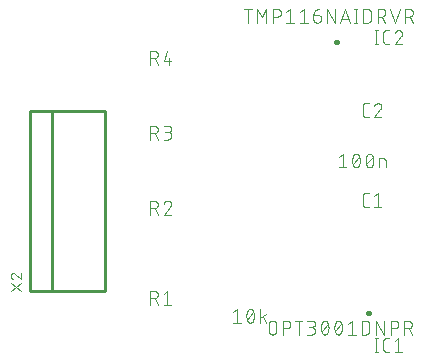
<source format=gbr>
G04 EAGLE Gerber RS-274X export*
G75*
%MOMM*%
%FSLAX34Y34*%
%LPD*%
%INSilkscreen Top*%
%IPPOS*%
%AMOC8*
5,1,8,0,0,1.08239X$1,22.5*%
G01*
%ADD10C,0.101600*%
%ADD11C,0.250000*%
%ADD12C,0.254000*%


D10*
X318836Y175608D02*
X316239Y175608D01*
X316140Y175610D01*
X316040Y175616D01*
X315941Y175625D01*
X315843Y175638D01*
X315745Y175655D01*
X315647Y175676D01*
X315551Y175701D01*
X315456Y175729D01*
X315362Y175761D01*
X315269Y175796D01*
X315177Y175835D01*
X315087Y175878D01*
X314999Y175923D01*
X314912Y175973D01*
X314828Y176025D01*
X314745Y176081D01*
X314665Y176139D01*
X314587Y176201D01*
X314512Y176266D01*
X314439Y176334D01*
X314369Y176404D01*
X314301Y176477D01*
X314236Y176552D01*
X314174Y176630D01*
X314116Y176710D01*
X314060Y176793D01*
X314008Y176877D01*
X313958Y176964D01*
X313913Y177052D01*
X313870Y177142D01*
X313831Y177234D01*
X313796Y177327D01*
X313764Y177421D01*
X313736Y177516D01*
X313711Y177612D01*
X313690Y177710D01*
X313673Y177808D01*
X313660Y177906D01*
X313651Y178005D01*
X313645Y178105D01*
X313643Y178204D01*
X313643Y184696D01*
X313645Y184795D01*
X313651Y184895D01*
X313660Y184994D01*
X313673Y185092D01*
X313690Y185190D01*
X313711Y185288D01*
X313736Y185384D01*
X313764Y185479D01*
X313796Y185573D01*
X313831Y185666D01*
X313870Y185758D01*
X313913Y185848D01*
X313958Y185936D01*
X314008Y186023D01*
X314060Y186107D01*
X314116Y186190D01*
X314174Y186270D01*
X314236Y186348D01*
X314301Y186423D01*
X314369Y186496D01*
X314439Y186566D01*
X314512Y186634D01*
X314587Y186699D01*
X314665Y186761D01*
X314745Y186819D01*
X314828Y186875D01*
X314912Y186927D01*
X314999Y186977D01*
X315087Y187022D01*
X315177Y187065D01*
X315269Y187104D01*
X315361Y187139D01*
X315456Y187171D01*
X315551Y187199D01*
X315647Y187224D01*
X315745Y187245D01*
X315843Y187262D01*
X315941Y187275D01*
X316040Y187284D01*
X316140Y187290D01*
X316239Y187292D01*
X318836Y187292D01*
X323201Y184696D02*
X326446Y187292D01*
X326446Y175608D01*
X323201Y175608D02*
X329692Y175608D01*
X318836Y251808D02*
X316239Y251808D01*
X316140Y251810D01*
X316040Y251816D01*
X315941Y251825D01*
X315843Y251838D01*
X315745Y251855D01*
X315647Y251876D01*
X315551Y251901D01*
X315456Y251929D01*
X315362Y251961D01*
X315269Y251996D01*
X315177Y252035D01*
X315087Y252078D01*
X314999Y252123D01*
X314912Y252173D01*
X314828Y252225D01*
X314745Y252281D01*
X314665Y252339D01*
X314587Y252401D01*
X314512Y252466D01*
X314439Y252534D01*
X314369Y252604D01*
X314301Y252677D01*
X314236Y252752D01*
X314174Y252830D01*
X314116Y252910D01*
X314060Y252993D01*
X314008Y253077D01*
X313958Y253164D01*
X313913Y253252D01*
X313870Y253342D01*
X313831Y253434D01*
X313796Y253527D01*
X313764Y253621D01*
X313736Y253716D01*
X313711Y253812D01*
X313690Y253910D01*
X313673Y254008D01*
X313660Y254106D01*
X313651Y254205D01*
X313645Y254305D01*
X313643Y254404D01*
X313643Y260896D01*
X313645Y260995D01*
X313651Y261095D01*
X313660Y261194D01*
X313673Y261292D01*
X313690Y261390D01*
X313711Y261488D01*
X313736Y261584D01*
X313764Y261679D01*
X313796Y261773D01*
X313831Y261866D01*
X313870Y261958D01*
X313913Y262048D01*
X313958Y262136D01*
X314008Y262223D01*
X314060Y262307D01*
X314116Y262390D01*
X314174Y262470D01*
X314236Y262548D01*
X314301Y262623D01*
X314369Y262696D01*
X314439Y262766D01*
X314512Y262834D01*
X314587Y262899D01*
X314665Y262961D01*
X314745Y263019D01*
X314828Y263075D01*
X314912Y263127D01*
X314999Y263177D01*
X315087Y263222D01*
X315177Y263265D01*
X315269Y263304D01*
X315361Y263339D01*
X315456Y263371D01*
X315551Y263399D01*
X315647Y263424D01*
X315745Y263445D01*
X315843Y263462D01*
X315941Y263475D01*
X316040Y263484D01*
X316140Y263490D01*
X316239Y263492D01*
X318836Y263492D01*
X326771Y263492D02*
X326878Y263490D01*
X326984Y263484D01*
X327090Y263474D01*
X327196Y263461D01*
X327302Y263443D01*
X327406Y263422D01*
X327510Y263397D01*
X327613Y263368D01*
X327714Y263336D01*
X327814Y263299D01*
X327913Y263259D01*
X328011Y263216D01*
X328107Y263169D01*
X328201Y263118D01*
X328293Y263064D01*
X328383Y263007D01*
X328471Y262947D01*
X328556Y262883D01*
X328639Y262816D01*
X328720Y262746D01*
X328798Y262674D01*
X328874Y262598D01*
X328946Y262520D01*
X329016Y262439D01*
X329083Y262356D01*
X329147Y262271D01*
X329207Y262183D01*
X329264Y262093D01*
X329318Y262001D01*
X329369Y261907D01*
X329416Y261811D01*
X329459Y261713D01*
X329499Y261614D01*
X329536Y261514D01*
X329568Y261413D01*
X329597Y261310D01*
X329622Y261206D01*
X329643Y261102D01*
X329661Y260996D01*
X329674Y260890D01*
X329684Y260784D01*
X329690Y260678D01*
X329692Y260571D01*
X326771Y263492D02*
X326650Y263490D01*
X326529Y263484D01*
X326409Y263474D01*
X326288Y263461D01*
X326169Y263443D01*
X326049Y263422D01*
X325931Y263397D01*
X325814Y263368D01*
X325697Y263335D01*
X325582Y263299D01*
X325468Y263258D01*
X325355Y263215D01*
X325243Y263167D01*
X325134Y263116D01*
X325026Y263061D01*
X324919Y263003D01*
X324815Y262942D01*
X324713Y262877D01*
X324613Y262809D01*
X324515Y262738D01*
X324419Y262664D01*
X324326Y262587D01*
X324236Y262506D01*
X324148Y262423D01*
X324063Y262337D01*
X323980Y262248D01*
X323901Y262157D01*
X323824Y262063D01*
X323751Y261967D01*
X323681Y261869D01*
X323614Y261768D01*
X323550Y261665D01*
X323490Y261560D01*
X323433Y261453D01*
X323379Y261345D01*
X323329Y261235D01*
X323283Y261123D01*
X323240Y261010D01*
X323201Y260895D01*
X328719Y258299D02*
X328798Y258376D01*
X328874Y258457D01*
X328947Y258540D01*
X329017Y258625D01*
X329084Y258713D01*
X329148Y258803D01*
X329208Y258895D01*
X329265Y258990D01*
X329319Y259086D01*
X329370Y259184D01*
X329417Y259284D01*
X329461Y259386D01*
X329501Y259489D01*
X329537Y259593D01*
X329569Y259699D01*
X329598Y259805D01*
X329623Y259913D01*
X329645Y260021D01*
X329662Y260131D01*
X329676Y260240D01*
X329685Y260350D01*
X329691Y260461D01*
X329693Y260571D01*
X328718Y258299D02*
X323201Y251808D01*
X329692Y251808D01*
X296687Y220792D02*
X293441Y218196D01*
X296687Y220792D02*
X296687Y209108D01*
X299932Y209108D02*
X293441Y209108D01*
X304872Y214950D02*
X304875Y215180D01*
X304883Y215410D01*
X304897Y215639D01*
X304916Y215868D01*
X304941Y216097D01*
X304971Y216324D01*
X305006Y216552D01*
X305047Y216778D01*
X305093Y217003D01*
X305145Y217227D01*
X305202Y217449D01*
X305264Y217671D01*
X305332Y217890D01*
X305405Y218108D01*
X305483Y218325D01*
X305566Y218539D01*
X305654Y218751D01*
X305747Y218961D01*
X305846Y219169D01*
X305845Y219169D02*
X305878Y219259D01*
X305914Y219348D01*
X305954Y219436D01*
X305998Y219521D01*
X306045Y219605D01*
X306095Y219687D01*
X306149Y219767D01*
X306205Y219844D01*
X306265Y219920D01*
X306328Y219993D01*
X306393Y220063D01*
X306462Y220131D01*
X306533Y220195D01*
X306606Y220257D01*
X306682Y220316D01*
X306760Y220372D01*
X306841Y220425D01*
X306923Y220474D01*
X307007Y220520D01*
X307094Y220563D01*
X307181Y220602D01*
X307271Y220638D01*
X307361Y220670D01*
X307453Y220698D01*
X307546Y220723D01*
X307640Y220744D01*
X307734Y220761D01*
X307829Y220775D01*
X307925Y220784D01*
X308021Y220790D01*
X308117Y220792D01*
X308213Y220790D01*
X308309Y220784D01*
X308405Y220775D01*
X308500Y220761D01*
X308594Y220744D01*
X308688Y220723D01*
X308781Y220698D01*
X308873Y220670D01*
X308963Y220638D01*
X309053Y220602D01*
X309140Y220563D01*
X309227Y220520D01*
X309311Y220474D01*
X309393Y220425D01*
X309474Y220372D01*
X309552Y220316D01*
X309628Y220257D01*
X309701Y220195D01*
X309772Y220131D01*
X309841Y220063D01*
X309906Y219993D01*
X309969Y219920D01*
X310029Y219844D01*
X310085Y219767D01*
X310139Y219687D01*
X310189Y219605D01*
X310236Y219521D01*
X310280Y219436D01*
X310320Y219348D01*
X310356Y219259D01*
X310389Y219169D01*
X310488Y218962D01*
X310581Y218752D01*
X310669Y218539D01*
X310752Y218325D01*
X310830Y218109D01*
X310903Y217891D01*
X310971Y217671D01*
X311033Y217450D01*
X311090Y217227D01*
X311142Y217003D01*
X311188Y216778D01*
X311229Y216552D01*
X311264Y216325D01*
X311294Y216097D01*
X311319Y215868D01*
X311338Y215639D01*
X311352Y215410D01*
X311360Y215180D01*
X311363Y214950D01*
X304871Y214950D02*
X304874Y214720D01*
X304882Y214490D01*
X304896Y214261D01*
X304915Y214032D01*
X304940Y213803D01*
X304970Y213575D01*
X305005Y213348D01*
X305046Y213122D01*
X305092Y212897D01*
X305144Y212673D01*
X305201Y212450D01*
X305263Y212229D01*
X305331Y212009D01*
X305404Y211791D01*
X305482Y211575D01*
X305565Y211361D01*
X305653Y211149D01*
X305746Y210938D01*
X305845Y210731D01*
X305878Y210641D01*
X305914Y210552D01*
X305955Y210464D01*
X305998Y210379D01*
X306045Y210295D01*
X306095Y210213D01*
X306149Y210133D01*
X306205Y210056D01*
X306265Y209980D01*
X306328Y209907D01*
X306393Y209837D01*
X306462Y209769D01*
X306533Y209705D01*
X306606Y209643D01*
X306682Y209584D01*
X306760Y209528D01*
X306841Y209475D01*
X306923Y209426D01*
X307007Y209380D01*
X307094Y209337D01*
X307181Y209298D01*
X307271Y209262D01*
X307361Y209230D01*
X307453Y209202D01*
X307546Y209177D01*
X307640Y209156D01*
X307734Y209139D01*
X307829Y209125D01*
X307925Y209116D01*
X308021Y209110D01*
X308117Y209108D01*
X310388Y210731D02*
X310487Y210938D01*
X310580Y211149D01*
X310668Y211361D01*
X310751Y211575D01*
X310829Y211791D01*
X310902Y212009D01*
X310970Y212229D01*
X311032Y212450D01*
X311089Y212673D01*
X311141Y212897D01*
X311187Y213122D01*
X311228Y213348D01*
X311263Y213575D01*
X311293Y213803D01*
X311318Y214032D01*
X311337Y214261D01*
X311351Y214490D01*
X311359Y214720D01*
X311362Y214950D01*
X310389Y210731D02*
X310356Y210641D01*
X310320Y210552D01*
X310280Y210464D01*
X310236Y210379D01*
X310189Y210295D01*
X310139Y210213D01*
X310085Y210133D01*
X310029Y210056D01*
X309969Y209980D01*
X309906Y209907D01*
X309841Y209837D01*
X309772Y209769D01*
X309701Y209705D01*
X309628Y209643D01*
X309552Y209584D01*
X309474Y209528D01*
X309393Y209475D01*
X309311Y209426D01*
X309227Y209380D01*
X309140Y209337D01*
X309053Y209298D01*
X308963Y209262D01*
X308873Y209230D01*
X308781Y209202D01*
X308688Y209177D01*
X308594Y209156D01*
X308500Y209139D01*
X308405Y209125D01*
X308309Y209116D01*
X308213Y209110D01*
X308117Y209108D01*
X305520Y211704D02*
X310713Y218196D01*
X316302Y214950D02*
X316305Y215180D01*
X316313Y215410D01*
X316327Y215639D01*
X316346Y215868D01*
X316371Y216097D01*
X316401Y216324D01*
X316436Y216552D01*
X316477Y216778D01*
X316523Y217003D01*
X316575Y217227D01*
X316632Y217449D01*
X316694Y217671D01*
X316762Y217890D01*
X316835Y218108D01*
X316913Y218325D01*
X316996Y218539D01*
X317084Y218751D01*
X317177Y218961D01*
X317276Y219169D01*
X317275Y219169D02*
X317308Y219259D01*
X317344Y219348D01*
X317384Y219436D01*
X317428Y219521D01*
X317475Y219605D01*
X317525Y219687D01*
X317579Y219767D01*
X317635Y219844D01*
X317695Y219920D01*
X317758Y219993D01*
X317823Y220063D01*
X317892Y220131D01*
X317963Y220195D01*
X318036Y220257D01*
X318112Y220316D01*
X318190Y220372D01*
X318271Y220425D01*
X318353Y220474D01*
X318437Y220520D01*
X318524Y220563D01*
X318611Y220602D01*
X318701Y220638D01*
X318791Y220670D01*
X318883Y220698D01*
X318976Y220723D01*
X319070Y220744D01*
X319164Y220761D01*
X319259Y220775D01*
X319355Y220784D01*
X319451Y220790D01*
X319547Y220792D01*
X319643Y220790D01*
X319739Y220784D01*
X319835Y220775D01*
X319930Y220761D01*
X320024Y220744D01*
X320118Y220723D01*
X320211Y220698D01*
X320303Y220670D01*
X320393Y220638D01*
X320483Y220602D01*
X320570Y220563D01*
X320657Y220520D01*
X320741Y220474D01*
X320823Y220425D01*
X320904Y220372D01*
X320982Y220316D01*
X321058Y220257D01*
X321131Y220195D01*
X321202Y220131D01*
X321271Y220063D01*
X321336Y219993D01*
X321399Y219920D01*
X321459Y219844D01*
X321515Y219767D01*
X321569Y219687D01*
X321619Y219605D01*
X321666Y219521D01*
X321710Y219436D01*
X321750Y219348D01*
X321786Y219259D01*
X321819Y219169D01*
X321918Y218962D01*
X322011Y218752D01*
X322099Y218539D01*
X322182Y218325D01*
X322260Y218109D01*
X322333Y217891D01*
X322401Y217671D01*
X322463Y217450D01*
X322520Y217227D01*
X322572Y217003D01*
X322618Y216778D01*
X322659Y216552D01*
X322694Y216325D01*
X322724Y216097D01*
X322749Y215868D01*
X322768Y215639D01*
X322782Y215410D01*
X322790Y215180D01*
X322793Y214950D01*
X316301Y214950D02*
X316304Y214720D01*
X316312Y214490D01*
X316326Y214261D01*
X316345Y214032D01*
X316370Y213803D01*
X316400Y213575D01*
X316435Y213348D01*
X316476Y213122D01*
X316522Y212897D01*
X316574Y212673D01*
X316631Y212450D01*
X316693Y212229D01*
X316761Y212009D01*
X316834Y211791D01*
X316912Y211575D01*
X316995Y211361D01*
X317083Y211149D01*
X317176Y210938D01*
X317275Y210731D01*
X317308Y210641D01*
X317344Y210552D01*
X317385Y210464D01*
X317428Y210379D01*
X317475Y210295D01*
X317525Y210213D01*
X317579Y210133D01*
X317635Y210056D01*
X317695Y209980D01*
X317758Y209907D01*
X317823Y209837D01*
X317892Y209769D01*
X317963Y209705D01*
X318036Y209643D01*
X318112Y209584D01*
X318190Y209528D01*
X318271Y209475D01*
X318353Y209426D01*
X318437Y209380D01*
X318524Y209337D01*
X318611Y209298D01*
X318701Y209262D01*
X318791Y209230D01*
X318883Y209202D01*
X318976Y209177D01*
X319070Y209156D01*
X319164Y209139D01*
X319259Y209125D01*
X319355Y209116D01*
X319451Y209110D01*
X319547Y209108D01*
X321818Y210731D02*
X321917Y210938D01*
X322010Y211149D01*
X322098Y211361D01*
X322181Y211575D01*
X322259Y211791D01*
X322332Y212009D01*
X322400Y212229D01*
X322462Y212450D01*
X322519Y212673D01*
X322571Y212897D01*
X322617Y213122D01*
X322658Y213348D01*
X322693Y213575D01*
X322723Y213803D01*
X322748Y214032D01*
X322767Y214261D01*
X322781Y214490D01*
X322789Y214720D01*
X322792Y214950D01*
X321819Y210731D02*
X321786Y210641D01*
X321750Y210552D01*
X321710Y210464D01*
X321666Y210379D01*
X321619Y210295D01*
X321569Y210213D01*
X321515Y210133D01*
X321459Y210056D01*
X321399Y209980D01*
X321336Y209907D01*
X321271Y209837D01*
X321202Y209769D01*
X321131Y209705D01*
X321058Y209643D01*
X320982Y209584D01*
X320904Y209528D01*
X320823Y209475D01*
X320741Y209426D01*
X320657Y209380D01*
X320570Y209337D01*
X320483Y209298D01*
X320393Y209262D01*
X320303Y209230D01*
X320211Y209202D01*
X320118Y209177D01*
X320024Y209156D01*
X319930Y209139D01*
X319835Y209125D01*
X319739Y209116D01*
X319643Y209110D01*
X319547Y209108D01*
X316950Y211704D02*
X322143Y218196D01*
X327999Y216897D02*
X327999Y209108D01*
X327999Y216897D02*
X331245Y216897D01*
X331332Y216895D01*
X331420Y216889D01*
X331506Y216879D01*
X331593Y216866D01*
X331678Y216848D01*
X331763Y216827D01*
X331847Y216802D01*
X331929Y216773D01*
X332010Y216740D01*
X332090Y216704D01*
X332168Y216665D01*
X332244Y216621D01*
X332318Y216575D01*
X332389Y216525D01*
X332459Y216472D01*
X332526Y216416D01*
X332590Y216357D01*
X332652Y216296D01*
X332711Y216231D01*
X332767Y216164D01*
X332820Y216094D01*
X332870Y216023D01*
X332916Y215949D01*
X332960Y215873D01*
X332999Y215795D01*
X333035Y215715D01*
X333068Y215634D01*
X333097Y215552D01*
X333122Y215468D01*
X333143Y215383D01*
X333161Y215298D01*
X333174Y215211D01*
X333184Y215125D01*
X333190Y215037D01*
X333192Y214950D01*
X333192Y209108D01*
D11*
X317300Y85900D02*
X317302Y85970D01*
X317308Y86040D01*
X317318Y86109D01*
X317331Y86178D01*
X317349Y86246D01*
X317370Y86313D01*
X317395Y86378D01*
X317424Y86442D01*
X317456Y86505D01*
X317492Y86565D01*
X317531Y86623D01*
X317573Y86679D01*
X317618Y86733D01*
X317666Y86784D01*
X317717Y86832D01*
X317771Y86877D01*
X317827Y86919D01*
X317885Y86958D01*
X317945Y86994D01*
X318008Y87026D01*
X318072Y87055D01*
X318137Y87080D01*
X318204Y87101D01*
X318272Y87119D01*
X318341Y87132D01*
X318410Y87142D01*
X318480Y87148D01*
X318550Y87150D01*
X318620Y87148D01*
X318690Y87142D01*
X318759Y87132D01*
X318828Y87119D01*
X318896Y87101D01*
X318963Y87080D01*
X319028Y87055D01*
X319092Y87026D01*
X319155Y86994D01*
X319215Y86958D01*
X319273Y86919D01*
X319329Y86877D01*
X319383Y86832D01*
X319434Y86784D01*
X319482Y86733D01*
X319527Y86679D01*
X319569Y86623D01*
X319608Y86565D01*
X319644Y86505D01*
X319676Y86442D01*
X319705Y86378D01*
X319730Y86313D01*
X319751Y86246D01*
X319769Y86178D01*
X319782Y86109D01*
X319792Y86040D01*
X319798Y85970D01*
X319800Y85900D01*
X319798Y85830D01*
X319792Y85760D01*
X319782Y85691D01*
X319769Y85622D01*
X319751Y85554D01*
X319730Y85487D01*
X319705Y85422D01*
X319676Y85358D01*
X319644Y85295D01*
X319608Y85235D01*
X319569Y85177D01*
X319527Y85121D01*
X319482Y85067D01*
X319434Y85016D01*
X319383Y84968D01*
X319329Y84923D01*
X319273Y84881D01*
X319215Y84842D01*
X319155Y84806D01*
X319092Y84774D01*
X319028Y84745D01*
X318963Y84720D01*
X318896Y84699D01*
X318828Y84681D01*
X318759Y84668D01*
X318690Y84658D01*
X318620Y84652D01*
X318550Y84650D01*
X318480Y84652D01*
X318410Y84658D01*
X318341Y84668D01*
X318272Y84681D01*
X318204Y84699D01*
X318137Y84720D01*
X318072Y84745D01*
X318008Y84774D01*
X317945Y84806D01*
X317885Y84842D01*
X317827Y84881D01*
X317771Y84923D01*
X317717Y84968D01*
X317666Y85016D01*
X317618Y85067D01*
X317573Y85121D01*
X317531Y85177D01*
X317492Y85235D01*
X317456Y85295D01*
X317424Y85358D01*
X317395Y85422D01*
X317370Y85487D01*
X317349Y85554D01*
X317331Y85622D01*
X317318Y85691D01*
X317308Y85760D01*
X317302Y85830D01*
X317300Y85900D01*
D10*
X325292Y64742D02*
X325292Y53058D01*
X323994Y53058D02*
X326590Y53058D01*
X326590Y64742D02*
X323994Y64742D01*
X333754Y53058D02*
X336350Y53058D01*
X333754Y53058D02*
X333655Y53060D01*
X333555Y53066D01*
X333456Y53075D01*
X333358Y53088D01*
X333260Y53105D01*
X333162Y53126D01*
X333066Y53151D01*
X332971Y53179D01*
X332877Y53211D01*
X332784Y53246D01*
X332692Y53285D01*
X332602Y53328D01*
X332514Y53373D01*
X332427Y53423D01*
X332343Y53475D01*
X332260Y53531D01*
X332180Y53589D01*
X332102Y53651D01*
X332027Y53716D01*
X331954Y53784D01*
X331884Y53854D01*
X331816Y53927D01*
X331751Y54002D01*
X331689Y54080D01*
X331631Y54160D01*
X331575Y54243D01*
X331523Y54327D01*
X331473Y54414D01*
X331428Y54502D01*
X331385Y54592D01*
X331346Y54684D01*
X331311Y54777D01*
X331279Y54871D01*
X331251Y54966D01*
X331226Y55062D01*
X331205Y55160D01*
X331188Y55258D01*
X331175Y55356D01*
X331166Y55455D01*
X331160Y55555D01*
X331158Y55654D01*
X331157Y55654D02*
X331157Y62146D01*
X331158Y62146D02*
X331160Y62245D01*
X331166Y62345D01*
X331175Y62444D01*
X331188Y62542D01*
X331205Y62640D01*
X331226Y62738D01*
X331251Y62834D01*
X331279Y62929D01*
X331311Y63023D01*
X331346Y63116D01*
X331385Y63208D01*
X331428Y63298D01*
X331473Y63386D01*
X331523Y63473D01*
X331575Y63557D01*
X331631Y63640D01*
X331689Y63720D01*
X331751Y63798D01*
X331816Y63873D01*
X331884Y63946D01*
X331954Y64016D01*
X332027Y64084D01*
X332102Y64149D01*
X332180Y64211D01*
X332260Y64269D01*
X332343Y64325D01*
X332427Y64377D01*
X332514Y64427D01*
X332602Y64472D01*
X332692Y64515D01*
X332784Y64554D01*
X332876Y64589D01*
X332971Y64621D01*
X333066Y64649D01*
X333162Y64674D01*
X333260Y64695D01*
X333358Y64712D01*
X333456Y64725D01*
X333555Y64734D01*
X333655Y64740D01*
X333754Y64742D01*
X336350Y64742D01*
X340715Y62146D02*
X343961Y64742D01*
X343961Y53058D01*
X347206Y53058D02*
X340715Y53058D01*
X234177Y70904D02*
X234177Y76096D01*
X234179Y76209D01*
X234185Y76322D01*
X234195Y76435D01*
X234209Y76548D01*
X234226Y76660D01*
X234248Y76771D01*
X234273Y76881D01*
X234303Y76991D01*
X234336Y77099D01*
X234373Y77206D01*
X234413Y77312D01*
X234458Y77416D01*
X234506Y77519D01*
X234557Y77620D01*
X234612Y77719D01*
X234670Y77816D01*
X234732Y77911D01*
X234797Y78004D01*
X234865Y78094D01*
X234936Y78182D01*
X235011Y78268D01*
X235088Y78351D01*
X235168Y78431D01*
X235251Y78508D01*
X235337Y78583D01*
X235425Y78654D01*
X235515Y78722D01*
X235608Y78787D01*
X235703Y78849D01*
X235800Y78907D01*
X235899Y78962D01*
X236000Y79013D01*
X236103Y79061D01*
X236207Y79106D01*
X236313Y79146D01*
X236420Y79183D01*
X236528Y79216D01*
X236638Y79246D01*
X236748Y79271D01*
X236859Y79293D01*
X236971Y79310D01*
X237084Y79324D01*
X237197Y79334D01*
X237310Y79340D01*
X237423Y79342D01*
X237536Y79340D01*
X237649Y79334D01*
X237762Y79324D01*
X237875Y79310D01*
X237987Y79293D01*
X238098Y79271D01*
X238208Y79246D01*
X238318Y79216D01*
X238426Y79183D01*
X238533Y79146D01*
X238639Y79106D01*
X238743Y79061D01*
X238846Y79013D01*
X238947Y78962D01*
X239046Y78907D01*
X239143Y78849D01*
X239238Y78787D01*
X239331Y78722D01*
X239421Y78654D01*
X239509Y78583D01*
X239595Y78508D01*
X239678Y78431D01*
X239758Y78351D01*
X239835Y78268D01*
X239910Y78182D01*
X239981Y78094D01*
X240049Y78004D01*
X240114Y77911D01*
X240176Y77816D01*
X240234Y77719D01*
X240289Y77620D01*
X240340Y77519D01*
X240388Y77416D01*
X240433Y77312D01*
X240473Y77206D01*
X240510Y77099D01*
X240543Y76991D01*
X240573Y76881D01*
X240598Y76771D01*
X240620Y76660D01*
X240637Y76548D01*
X240651Y76435D01*
X240661Y76322D01*
X240667Y76209D01*
X240669Y76096D01*
X240668Y76096D02*
X240668Y70904D01*
X240669Y70904D02*
X240667Y70791D01*
X240661Y70678D01*
X240651Y70565D01*
X240637Y70452D01*
X240620Y70340D01*
X240598Y70229D01*
X240573Y70119D01*
X240543Y70009D01*
X240510Y69901D01*
X240473Y69794D01*
X240433Y69688D01*
X240388Y69584D01*
X240340Y69481D01*
X240289Y69380D01*
X240234Y69281D01*
X240176Y69184D01*
X240114Y69089D01*
X240049Y68996D01*
X239981Y68906D01*
X239910Y68818D01*
X239835Y68732D01*
X239758Y68649D01*
X239678Y68569D01*
X239595Y68492D01*
X239509Y68417D01*
X239421Y68346D01*
X239331Y68278D01*
X239238Y68213D01*
X239143Y68151D01*
X239046Y68093D01*
X238947Y68038D01*
X238846Y67987D01*
X238743Y67939D01*
X238639Y67894D01*
X238533Y67854D01*
X238426Y67817D01*
X238318Y67784D01*
X238208Y67754D01*
X238098Y67729D01*
X237987Y67707D01*
X237875Y67690D01*
X237762Y67676D01*
X237649Y67666D01*
X237536Y67660D01*
X237423Y67658D01*
X237310Y67660D01*
X237197Y67666D01*
X237084Y67676D01*
X236971Y67690D01*
X236859Y67707D01*
X236748Y67729D01*
X236638Y67754D01*
X236528Y67784D01*
X236420Y67817D01*
X236313Y67854D01*
X236207Y67894D01*
X236103Y67939D01*
X236000Y67987D01*
X235899Y68038D01*
X235800Y68093D01*
X235703Y68151D01*
X235608Y68213D01*
X235515Y68278D01*
X235425Y68346D01*
X235337Y68417D01*
X235251Y68492D01*
X235168Y68569D01*
X235088Y68649D01*
X235011Y68732D01*
X234936Y68818D01*
X234865Y68906D01*
X234797Y68996D01*
X234732Y69089D01*
X234670Y69184D01*
X234612Y69281D01*
X234557Y69380D01*
X234506Y69481D01*
X234458Y69584D01*
X234413Y69688D01*
X234373Y69794D01*
X234336Y69901D01*
X234303Y70009D01*
X234273Y70119D01*
X234248Y70229D01*
X234226Y70340D01*
X234209Y70452D01*
X234195Y70565D01*
X234185Y70678D01*
X234179Y70791D01*
X234177Y70904D01*
X246158Y67658D02*
X246158Y79342D01*
X249403Y79342D01*
X249516Y79340D01*
X249629Y79334D01*
X249742Y79324D01*
X249855Y79310D01*
X249967Y79293D01*
X250078Y79271D01*
X250188Y79246D01*
X250298Y79216D01*
X250406Y79183D01*
X250513Y79146D01*
X250619Y79106D01*
X250723Y79061D01*
X250826Y79013D01*
X250927Y78962D01*
X251026Y78907D01*
X251123Y78849D01*
X251218Y78787D01*
X251311Y78722D01*
X251401Y78654D01*
X251489Y78583D01*
X251575Y78508D01*
X251658Y78431D01*
X251738Y78351D01*
X251815Y78268D01*
X251890Y78182D01*
X251961Y78094D01*
X252029Y78004D01*
X252094Y77911D01*
X252156Y77816D01*
X252214Y77719D01*
X252269Y77620D01*
X252320Y77519D01*
X252368Y77416D01*
X252413Y77312D01*
X252453Y77206D01*
X252490Y77099D01*
X252523Y76991D01*
X252553Y76881D01*
X252578Y76771D01*
X252600Y76660D01*
X252617Y76548D01*
X252631Y76435D01*
X252641Y76322D01*
X252647Y76209D01*
X252649Y76096D01*
X252647Y75983D01*
X252641Y75870D01*
X252631Y75757D01*
X252617Y75644D01*
X252600Y75532D01*
X252578Y75421D01*
X252553Y75311D01*
X252523Y75201D01*
X252490Y75093D01*
X252453Y74986D01*
X252413Y74880D01*
X252368Y74776D01*
X252320Y74673D01*
X252269Y74572D01*
X252214Y74473D01*
X252156Y74376D01*
X252094Y74281D01*
X252029Y74188D01*
X251961Y74098D01*
X251890Y74010D01*
X251815Y73924D01*
X251738Y73841D01*
X251658Y73761D01*
X251575Y73684D01*
X251489Y73609D01*
X251401Y73538D01*
X251311Y73470D01*
X251218Y73405D01*
X251123Y73343D01*
X251026Y73285D01*
X250927Y73230D01*
X250826Y73179D01*
X250723Y73131D01*
X250619Y73086D01*
X250513Y73046D01*
X250406Y73009D01*
X250298Y72976D01*
X250188Y72946D01*
X250078Y72921D01*
X249967Y72899D01*
X249855Y72882D01*
X249742Y72868D01*
X249629Y72858D01*
X249516Y72852D01*
X249403Y72850D01*
X249403Y72851D02*
X246158Y72851D01*
X259521Y67658D02*
X259521Y79342D01*
X262766Y79342D02*
X256275Y79342D01*
X266943Y67658D02*
X270189Y67658D01*
X270302Y67660D01*
X270415Y67666D01*
X270528Y67676D01*
X270641Y67690D01*
X270753Y67707D01*
X270864Y67729D01*
X270974Y67754D01*
X271084Y67784D01*
X271192Y67817D01*
X271299Y67854D01*
X271405Y67894D01*
X271509Y67939D01*
X271612Y67987D01*
X271713Y68038D01*
X271812Y68093D01*
X271909Y68151D01*
X272004Y68213D01*
X272097Y68278D01*
X272187Y68346D01*
X272275Y68417D01*
X272361Y68492D01*
X272444Y68569D01*
X272524Y68649D01*
X272601Y68732D01*
X272676Y68818D01*
X272747Y68906D01*
X272815Y68996D01*
X272880Y69089D01*
X272942Y69184D01*
X273000Y69281D01*
X273055Y69380D01*
X273106Y69481D01*
X273154Y69584D01*
X273199Y69688D01*
X273239Y69794D01*
X273276Y69901D01*
X273309Y70009D01*
X273339Y70119D01*
X273364Y70229D01*
X273386Y70340D01*
X273403Y70452D01*
X273417Y70565D01*
X273427Y70678D01*
X273433Y70791D01*
X273435Y70904D01*
X273433Y71017D01*
X273427Y71130D01*
X273417Y71243D01*
X273403Y71356D01*
X273386Y71468D01*
X273364Y71579D01*
X273339Y71689D01*
X273309Y71799D01*
X273276Y71907D01*
X273239Y72014D01*
X273199Y72120D01*
X273154Y72224D01*
X273106Y72327D01*
X273055Y72428D01*
X273000Y72527D01*
X272942Y72624D01*
X272880Y72719D01*
X272815Y72812D01*
X272747Y72902D01*
X272676Y72990D01*
X272601Y73076D01*
X272524Y73159D01*
X272444Y73239D01*
X272361Y73316D01*
X272275Y73391D01*
X272187Y73462D01*
X272097Y73530D01*
X272004Y73595D01*
X271909Y73657D01*
X271812Y73715D01*
X271713Y73770D01*
X271612Y73821D01*
X271509Y73869D01*
X271405Y73914D01*
X271299Y73954D01*
X271192Y73991D01*
X271084Y74024D01*
X270974Y74054D01*
X270864Y74079D01*
X270753Y74101D01*
X270641Y74118D01*
X270528Y74132D01*
X270415Y74142D01*
X270302Y74148D01*
X270189Y74150D01*
X270838Y79342D02*
X266943Y79342D01*
X270838Y79342D02*
X270939Y79340D01*
X271039Y79334D01*
X271139Y79324D01*
X271239Y79311D01*
X271338Y79293D01*
X271437Y79272D01*
X271534Y79247D01*
X271631Y79218D01*
X271726Y79185D01*
X271820Y79149D01*
X271912Y79109D01*
X272003Y79066D01*
X272092Y79019D01*
X272179Y78969D01*
X272265Y78915D01*
X272348Y78858D01*
X272428Y78798D01*
X272507Y78735D01*
X272583Y78668D01*
X272656Y78599D01*
X272726Y78527D01*
X272794Y78453D01*
X272859Y78376D01*
X272920Y78296D01*
X272979Y78214D01*
X273034Y78130D01*
X273086Y78044D01*
X273135Y77956D01*
X273180Y77866D01*
X273222Y77774D01*
X273260Y77681D01*
X273294Y77586D01*
X273325Y77491D01*
X273352Y77394D01*
X273375Y77296D01*
X273395Y77197D01*
X273410Y77097D01*
X273422Y76997D01*
X273430Y76897D01*
X273434Y76796D01*
X273434Y76696D01*
X273430Y76595D01*
X273422Y76495D01*
X273410Y76395D01*
X273395Y76295D01*
X273375Y76196D01*
X273352Y76098D01*
X273325Y76001D01*
X273294Y75906D01*
X273260Y75811D01*
X273222Y75718D01*
X273180Y75626D01*
X273135Y75536D01*
X273086Y75448D01*
X273034Y75362D01*
X272979Y75278D01*
X272920Y75196D01*
X272859Y75116D01*
X272794Y75039D01*
X272726Y74965D01*
X272656Y74893D01*
X272583Y74824D01*
X272507Y74757D01*
X272428Y74694D01*
X272348Y74634D01*
X272265Y74577D01*
X272179Y74523D01*
X272092Y74473D01*
X272003Y74426D01*
X271912Y74383D01*
X271820Y74343D01*
X271726Y74307D01*
X271631Y74274D01*
X271534Y74245D01*
X271437Y74220D01*
X271338Y74199D01*
X271239Y74181D01*
X271139Y74168D01*
X271039Y74158D01*
X270939Y74152D01*
X270838Y74150D01*
X270838Y74149D02*
X268241Y74149D01*
X278374Y73500D02*
X278377Y73730D01*
X278385Y73960D01*
X278399Y74189D01*
X278418Y74418D01*
X278443Y74647D01*
X278473Y74874D01*
X278508Y75102D01*
X278549Y75328D01*
X278595Y75553D01*
X278647Y75777D01*
X278704Y75999D01*
X278766Y76221D01*
X278834Y76440D01*
X278907Y76658D01*
X278985Y76875D01*
X279068Y77089D01*
X279156Y77301D01*
X279249Y77511D01*
X279348Y77719D01*
X279347Y77719D02*
X279380Y77809D01*
X279416Y77898D01*
X279456Y77986D01*
X279500Y78071D01*
X279547Y78155D01*
X279597Y78237D01*
X279651Y78317D01*
X279707Y78394D01*
X279767Y78470D01*
X279830Y78543D01*
X279895Y78613D01*
X279964Y78681D01*
X280035Y78745D01*
X280108Y78807D01*
X280184Y78866D01*
X280262Y78922D01*
X280343Y78975D01*
X280425Y79024D01*
X280509Y79070D01*
X280596Y79113D01*
X280683Y79152D01*
X280773Y79188D01*
X280863Y79220D01*
X280955Y79248D01*
X281048Y79273D01*
X281142Y79294D01*
X281236Y79311D01*
X281331Y79325D01*
X281427Y79334D01*
X281523Y79340D01*
X281619Y79342D01*
X281715Y79340D01*
X281811Y79334D01*
X281907Y79325D01*
X282002Y79311D01*
X282096Y79294D01*
X282190Y79273D01*
X282283Y79248D01*
X282375Y79220D01*
X282465Y79188D01*
X282555Y79152D01*
X282642Y79113D01*
X282729Y79070D01*
X282813Y79024D01*
X282895Y78975D01*
X282976Y78922D01*
X283054Y78866D01*
X283130Y78807D01*
X283203Y78745D01*
X283274Y78681D01*
X283343Y78613D01*
X283408Y78543D01*
X283471Y78470D01*
X283531Y78394D01*
X283587Y78317D01*
X283641Y78237D01*
X283691Y78155D01*
X283738Y78071D01*
X283782Y77986D01*
X283822Y77898D01*
X283858Y77809D01*
X283891Y77719D01*
X283990Y77512D01*
X284083Y77302D01*
X284171Y77089D01*
X284254Y76875D01*
X284332Y76659D01*
X284405Y76441D01*
X284473Y76221D01*
X284535Y76000D01*
X284592Y75777D01*
X284644Y75553D01*
X284690Y75328D01*
X284731Y75102D01*
X284766Y74875D01*
X284796Y74647D01*
X284821Y74418D01*
X284840Y74189D01*
X284854Y73960D01*
X284862Y73730D01*
X284865Y73500D01*
X278373Y73500D02*
X278376Y73270D01*
X278384Y73040D01*
X278398Y72811D01*
X278417Y72582D01*
X278442Y72353D01*
X278472Y72125D01*
X278507Y71898D01*
X278548Y71672D01*
X278594Y71447D01*
X278646Y71223D01*
X278703Y71000D01*
X278765Y70779D01*
X278833Y70559D01*
X278906Y70341D01*
X278984Y70125D01*
X279067Y69911D01*
X279155Y69699D01*
X279248Y69488D01*
X279347Y69281D01*
X279380Y69191D01*
X279416Y69102D01*
X279457Y69014D01*
X279500Y68929D01*
X279547Y68845D01*
X279597Y68763D01*
X279651Y68683D01*
X279707Y68606D01*
X279767Y68530D01*
X279830Y68457D01*
X279895Y68387D01*
X279964Y68319D01*
X280035Y68255D01*
X280108Y68193D01*
X280184Y68134D01*
X280262Y68078D01*
X280343Y68025D01*
X280425Y67976D01*
X280509Y67930D01*
X280596Y67887D01*
X280683Y67848D01*
X280773Y67812D01*
X280863Y67780D01*
X280955Y67752D01*
X281048Y67727D01*
X281142Y67706D01*
X281236Y67689D01*
X281331Y67675D01*
X281427Y67666D01*
X281523Y67660D01*
X281619Y67658D01*
X283891Y69281D02*
X283990Y69488D01*
X284083Y69699D01*
X284171Y69911D01*
X284254Y70125D01*
X284332Y70341D01*
X284405Y70559D01*
X284473Y70779D01*
X284535Y71000D01*
X284592Y71223D01*
X284644Y71447D01*
X284690Y71672D01*
X284731Y71898D01*
X284766Y72125D01*
X284796Y72353D01*
X284821Y72582D01*
X284840Y72811D01*
X284854Y73040D01*
X284862Y73270D01*
X284865Y73500D01*
X283891Y69281D02*
X283858Y69191D01*
X283822Y69102D01*
X283782Y69014D01*
X283738Y68929D01*
X283691Y68845D01*
X283641Y68763D01*
X283587Y68683D01*
X283531Y68606D01*
X283471Y68530D01*
X283408Y68457D01*
X283343Y68387D01*
X283274Y68319D01*
X283203Y68255D01*
X283130Y68193D01*
X283054Y68134D01*
X282976Y68078D01*
X282895Y68025D01*
X282813Y67976D01*
X282729Y67930D01*
X282642Y67887D01*
X282555Y67848D01*
X282465Y67812D01*
X282375Y67780D01*
X282283Y67752D01*
X282190Y67727D01*
X282096Y67706D01*
X282002Y67689D01*
X281907Y67675D01*
X281811Y67666D01*
X281715Y67660D01*
X281619Y67658D01*
X279022Y70254D02*
X284215Y76746D01*
X289804Y73500D02*
X289807Y73730D01*
X289815Y73960D01*
X289829Y74189D01*
X289848Y74418D01*
X289873Y74647D01*
X289903Y74874D01*
X289938Y75102D01*
X289979Y75328D01*
X290025Y75553D01*
X290077Y75777D01*
X290134Y75999D01*
X290196Y76221D01*
X290264Y76440D01*
X290337Y76658D01*
X290415Y76875D01*
X290498Y77089D01*
X290586Y77301D01*
X290679Y77511D01*
X290778Y77719D01*
X290777Y77719D02*
X290810Y77809D01*
X290846Y77898D01*
X290886Y77986D01*
X290930Y78071D01*
X290977Y78155D01*
X291027Y78237D01*
X291081Y78317D01*
X291137Y78394D01*
X291197Y78470D01*
X291260Y78543D01*
X291325Y78613D01*
X291394Y78681D01*
X291465Y78745D01*
X291538Y78807D01*
X291614Y78866D01*
X291692Y78922D01*
X291773Y78975D01*
X291855Y79024D01*
X291939Y79070D01*
X292026Y79113D01*
X292113Y79152D01*
X292203Y79188D01*
X292293Y79220D01*
X292385Y79248D01*
X292478Y79273D01*
X292572Y79294D01*
X292666Y79311D01*
X292761Y79325D01*
X292857Y79334D01*
X292953Y79340D01*
X293049Y79342D01*
X293145Y79340D01*
X293241Y79334D01*
X293337Y79325D01*
X293432Y79311D01*
X293526Y79294D01*
X293620Y79273D01*
X293713Y79248D01*
X293805Y79220D01*
X293895Y79188D01*
X293985Y79152D01*
X294072Y79113D01*
X294159Y79070D01*
X294243Y79024D01*
X294325Y78975D01*
X294406Y78922D01*
X294484Y78866D01*
X294560Y78807D01*
X294633Y78745D01*
X294704Y78681D01*
X294773Y78613D01*
X294838Y78543D01*
X294901Y78470D01*
X294961Y78394D01*
X295017Y78317D01*
X295071Y78237D01*
X295121Y78155D01*
X295168Y78071D01*
X295212Y77986D01*
X295252Y77898D01*
X295288Y77809D01*
X295321Y77719D01*
X295420Y77512D01*
X295513Y77302D01*
X295601Y77089D01*
X295684Y76875D01*
X295762Y76659D01*
X295835Y76441D01*
X295903Y76221D01*
X295965Y76000D01*
X296022Y75777D01*
X296074Y75553D01*
X296120Y75328D01*
X296161Y75102D01*
X296196Y74875D01*
X296226Y74647D01*
X296251Y74418D01*
X296270Y74189D01*
X296284Y73960D01*
X296292Y73730D01*
X296295Y73500D01*
X289803Y73500D02*
X289806Y73270D01*
X289814Y73040D01*
X289828Y72811D01*
X289847Y72582D01*
X289872Y72353D01*
X289902Y72125D01*
X289937Y71898D01*
X289978Y71672D01*
X290024Y71447D01*
X290076Y71223D01*
X290133Y71000D01*
X290195Y70779D01*
X290263Y70559D01*
X290336Y70341D01*
X290414Y70125D01*
X290497Y69911D01*
X290585Y69699D01*
X290678Y69488D01*
X290777Y69281D01*
X290810Y69191D01*
X290846Y69102D01*
X290887Y69014D01*
X290930Y68929D01*
X290977Y68845D01*
X291027Y68763D01*
X291081Y68683D01*
X291137Y68606D01*
X291197Y68530D01*
X291260Y68457D01*
X291325Y68387D01*
X291394Y68319D01*
X291465Y68255D01*
X291538Y68193D01*
X291614Y68134D01*
X291692Y68078D01*
X291773Y68025D01*
X291855Y67976D01*
X291939Y67930D01*
X292026Y67887D01*
X292113Y67848D01*
X292203Y67812D01*
X292293Y67780D01*
X292385Y67752D01*
X292478Y67727D01*
X292572Y67706D01*
X292666Y67689D01*
X292761Y67675D01*
X292857Y67666D01*
X292953Y67660D01*
X293049Y67658D01*
X295321Y69281D02*
X295420Y69488D01*
X295513Y69699D01*
X295601Y69911D01*
X295684Y70125D01*
X295762Y70341D01*
X295835Y70559D01*
X295903Y70779D01*
X295965Y71000D01*
X296022Y71223D01*
X296074Y71447D01*
X296120Y71672D01*
X296161Y71898D01*
X296196Y72125D01*
X296226Y72353D01*
X296251Y72582D01*
X296270Y72811D01*
X296284Y73040D01*
X296292Y73270D01*
X296295Y73500D01*
X295321Y69281D02*
X295288Y69191D01*
X295252Y69102D01*
X295212Y69014D01*
X295168Y68929D01*
X295121Y68845D01*
X295071Y68763D01*
X295017Y68683D01*
X294961Y68606D01*
X294901Y68530D01*
X294838Y68457D01*
X294773Y68387D01*
X294704Y68319D01*
X294633Y68255D01*
X294560Y68193D01*
X294484Y68134D01*
X294406Y68078D01*
X294325Y68025D01*
X294243Y67976D01*
X294159Y67930D01*
X294072Y67887D01*
X293985Y67848D01*
X293895Y67812D01*
X293805Y67780D01*
X293713Y67752D01*
X293620Y67727D01*
X293526Y67706D01*
X293432Y67689D01*
X293337Y67675D01*
X293241Y67666D01*
X293145Y67660D01*
X293049Y67658D01*
X290452Y70254D02*
X295645Y76746D01*
X301233Y76746D02*
X304479Y79342D01*
X304479Y67658D01*
X307724Y67658D02*
X301233Y67658D01*
X313044Y67658D02*
X313044Y79342D01*
X316290Y79342D01*
X316403Y79340D01*
X316516Y79334D01*
X316629Y79324D01*
X316742Y79310D01*
X316854Y79293D01*
X316965Y79271D01*
X317075Y79246D01*
X317185Y79216D01*
X317293Y79183D01*
X317400Y79146D01*
X317506Y79106D01*
X317610Y79061D01*
X317713Y79013D01*
X317814Y78962D01*
X317913Y78907D01*
X318010Y78849D01*
X318105Y78787D01*
X318198Y78722D01*
X318288Y78654D01*
X318376Y78583D01*
X318462Y78508D01*
X318545Y78431D01*
X318625Y78351D01*
X318702Y78268D01*
X318777Y78182D01*
X318848Y78094D01*
X318916Y78004D01*
X318981Y77911D01*
X319043Y77816D01*
X319101Y77719D01*
X319156Y77620D01*
X319207Y77519D01*
X319255Y77416D01*
X319300Y77312D01*
X319340Y77206D01*
X319377Y77099D01*
X319410Y76991D01*
X319440Y76881D01*
X319465Y76771D01*
X319487Y76660D01*
X319504Y76548D01*
X319518Y76435D01*
X319528Y76322D01*
X319534Y76209D01*
X319536Y76096D01*
X319535Y76096D02*
X319535Y70904D01*
X319536Y70904D02*
X319534Y70791D01*
X319528Y70678D01*
X319518Y70565D01*
X319504Y70452D01*
X319487Y70340D01*
X319465Y70229D01*
X319440Y70119D01*
X319410Y70009D01*
X319377Y69901D01*
X319340Y69794D01*
X319300Y69688D01*
X319255Y69584D01*
X319207Y69481D01*
X319156Y69380D01*
X319101Y69281D01*
X319043Y69184D01*
X318981Y69089D01*
X318916Y68996D01*
X318848Y68906D01*
X318777Y68818D01*
X318702Y68732D01*
X318625Y68649D01*
X318545Y68569D01*
X318462Y68492D01*
X318376Y68417D01*
X318288Y68346D01*
X318198Y68278D01*
X318105Y68213D01*
X318010Y68151D01*
X317913Y68093D01*
X317814Y68038D01*
X317713Y67987D01*
X317610Y67939D01*
X317506Y67894D01*
X317400Y67854D01*
X317293Y67817D01*
X317185Y67784D01*
X317075Y67754D01*
X316965Y67729D01*
X316854Y67707D01*
X316742Y67690D01*
X316629Y67676D01*
X316516Y67666D01*
X316403Y67660D01*
X316290Y67658D01*
X313044Y67658D01*
X325236Y67658D02*
X325236Y79342D01*
X331727Y67658D01*
X331727Y79342D01*
X337597Y79342D02*
X337597Y67658D01*
X337597Y79342D02*
X340843Y79342D01*
X340956Y79340D01*
X341069Y79334D01*
X341182Y79324D01*
X341295Y79310D01*
X341407Y79293D01*
X341518Y79271D01*
X341628Y79246D01*
X341738Y79216D01*
X341846Y79183D01*
X341953Y79146D01*
X342059Y79106D01*
X342163Y79061D01*
X342266Y79013D01*
X342367Y78962D01*
X342466Y78907D01*
X342563Y78849D01*
X342658Y78787D01*
X342751Y78722D01*
X342841Y78654D01*
X342929Y78583D01*
X343015Y78508D01*
X343098Y78431D01*
X343178Y78351D01*
X343255Y78268D01*
X343330Y78182D01*
X343401Y78094D01*
X343469Y78004D01*
X343534Y77911D01*
X343596Y77816D01*
X343654Y77719D01*
X343709Y77620D01*
X343760Y77519D01*
X343808Y77416D01*
X343853Y77312D01*
X343893Y77206D01*
X343930Y77099D01*
X343963Y76991D01*
X343993Y76881D01*
X344018Y76771D01*
X344040Y76660D01*
X344057Y76548D01*
X344071Y76435D01*
X344081Y76322D01*
X344087Y76209D01*
X344089Y76096D01*
X344087Y75983D01*
X344081Y75870D01*
X344071Y75757D01*
X344057Y75644D01*
X344040Y75532D01*
X344018Y75421D01*
X343993Y75311D01*
X343963Y75201D01*
X343930Y75093D01*
X343893Y74986D01*
X343853Y74880D01*
X343808Y74776D01*
X343760Y74673D01*
X343709Y74572D01*
X343654Y74473D01*
X343596Y74376D01*
X343534Y74281D01*
X343469Y74188D01*
X343401Y74098D01*
X343330Y74010D01*
X343255Y73924D01*
X343178Y73841D01*
X343098Y73761D01*
X343015Y73684D01*
X342929Y73609D01*
X342841Y73538D01*
X342751Y73470D01*
X342658Y73405D01*
X342563Y73343D01*
X342466Y73285D01*
X342367Y73230D01*
X342266Y73179D01*
X342163Y73131D01*
X342059Y73086D01*
X341953Y73046D01*
X341846Y73009D01*
X341738Y72976D01*
X341628Y72946D01*
X341518Y72921D01*
X341407Y72899D01*
X341295Y72882D01*
X341182Y72868D01*
X341069Y72858D01*
X340956Y72852D01*
X340843Y72850D01*
X340843Y72851D02*
X337597Y72851D01*
X348932Y67658D02*
X348932Y79342D01*
X352177Y79342D01*
X352290Y79340D01*
X352403Y79334D01*
X352516Y79324D01*
X352629Y79310D01*
X352741Y79293D01*
X352852Y79271D01*
X352962Y79246D01*
X353072Y79216D01*
X353180Y79183D01*
X353287Y79146D01*
X353393Y79106D01*
X353497Y79061D01*
X353600Y79013D01*
X353701Y78962D01*
X353800Y78907D01*
X353897Y78849D01*
X353992Y78787D01*
X354085Y78722D01*
X354175Y78654D01*
X354263Y78583D01*
X354349Y78508D01*
X354432Y78431D01*
X354512Y78351D01*
X354589Y78268D01*
X354664Y78182D01*
X354735Y78094D01*
X354803Y78004D01*
X354868Y77911D01*
X354930Y77816D01*
X354988Y77719D01*
X355043Y77620D01*
X355094Y77519D01*
X355142Y77416D01*
X355187Y77312D01*
X355227Y77206D01*
X355264Y77099D01*
X355297Y76991D01*
X355327Y76881D01*
X355352Y76771D01*
X355374Y76660D01*
X355391Y76548D01*
X355405Y76435D01*
X355415Y76322D01*
X355421Y76209D01*
X355423Y76096D01*
X355421Y75983D01*
X355415Y75870D01*
X355405Y75757D01*
X355391Y75644D01*
X355374Y75532D01*
X355352Y75421D01*
X355327Y75311D01*
X355297Y75201D01*
X355264Y75093D01*
X355227Y74986D01*
X355187Y74880D01*
X355142Y74776D01*
X355094Y74673D01*
X355043Y74572D01*
X354988Y74473D01*
X354930Y74376D01*
X354868Y74281D01*
X354803Y74188D01*
X354735Y74098D01*
X354664Y74010D01*
X354589Y73924D01*
X354512Y73841D01*
X354432Y73761D01*
X354349Y73684D01*
X354263Y73609D01*
X354175Y73538D01*
X354085Y73470D01*
X353992Y73405D01*
X353897Y73343D01*
X353800Y73285D01*
X353701Y73230D01*
X353600Y73179D01*
X353497Y73131D01*
X353393Y73086D01*
X353287Y73046D01*
X353180Y73009D01*
X353072Y72976D01*
X352962Y72946D01*
X352852Y72921D01*
X352741Y72899D01*
X352629Y72882D01*
X352516Y72868D01*
X352403Y72858D01*
X352290Y72852D01*
X352177Y72850D01*
X352177Y72851D02*
X348932Y72851D01*
X352826Y72851D02*
X355423Y67658D01*
D11*
X290050Y315350D02*
X290052Y315420D01*
X290058Y315490D01*
X290068Y315559D01*
X290081Y315628D01*
X290099Y315696D01*
X290120Y315763D01*
X290145Y315828D01*
X290174Y315892D01*
X290206Y315955D01*
X290242Y316015D01*
X290281Y316073D01*
X290323Y316129D01*
X290368Y316183D01*
X290416Y316234D01*
X290467Y316282D01*
X290521Y316327D01*
X290577Y316369D01*
X290635Y316408D01*
X290695Y316444D01*
X290758Y316476D01*
X290822Y316505D01*
X290887Y316530D01*
X290954Y316551D01*
X291022Y316569D01*
X291091Y316582D01*
X291160Y316592D01*
X291230Y316598D01*
X291300Y316600D01*
X291370Y316598D01*
X291440Y316592D01*
X291509Y316582D01*
X291578Y316569D01*
X291646Y316551D01*
X291713Y316530D01*
X291778Y316505D01*
X291842Y316476D01*
X291905Y316444D01*
X291965Y316408D01*
X292023Y316369D01*
X292079Y316327D01*
X292133Y316282D01*
X292184Y316234D01*
X292232Y316183D01*
X292277Y316129D01*
X292319Y316073D01*
X292358Y316015D01*
X292394Y315955D01*
X292426Y315892D01*
X292455Y315828D01*
X292480Y315763D01*
X292501Y315696D01*
X292519Y315628D01*
X292532Y315559D01*
X292542Y315490D01*
X292548Y315420D01*
X292550Y315350D01*
X292548Y315280D01*
X292542Y315210D01*
X292532Y315141D01*
X292519Y315072D01*
X292501Y315004D01*
X292480Y314937D01*
X292455Y314872D01*
X292426Y314808D01*
X292394Y314745D01*
X292358Y314685D01*
X292319Y314627D01*
X292277Y314571D01*
X292232Y314517D01*
X292184Y314466D01*
X292133Y314418D01*
X292079Y314373D01*
X292023Y314331D01*
X291965Y314292D01*
X291905Y314256D01*
X291842Y314224D01*
X291778Y314195D01*
X291713Y314170D01*
X291646Y314149D01*
X291578Y314131D01*
X291509Y314118D01*
X291440Y314108D01*
X291370Y314102D01*
X291300Y314100D01*
X291230Y314102D01*
X291160Y314108D01*
X291091Y314118D01*
X291022Y314131D01*
X290954Y314149D01*
X290887Y314170D01*
X290822Y314195D01*
X290758Y314224D01*
X290695Y314256D01*
X290635Y314292D01*
X290577Y314331D01*
X290521Y314373D01*
X290467Y314418D01*
X290416Y314466D01*
X290368Y314517D01*
X290323Y314571D01*
X290281Y314627D01*
X290242Y314685D01*
X290206Y314745D01*
X290174Y314808D01*
X290145Y314872D01*
X290120Y314937D01*
X290099Y315004D01*
X290081Y315072D01*
X290068Y315141D01*
X290058Y315210D01*
X290052Y315280D01*
X290050Y315350D01*
D10*
X325292Y313558D02*
X325292Y325242D01*
X323994Y313558D02*
X326590Y313558D01*
X326590Y325242D02*
X323994Y325242D01*
X333754Y313558D02*
X336350Y313558D01*
X333754Y313558D02*
X333655Y313560D01*
X333555Y313566D01*
X333456Y313575D01*
X333358Y313588D01*
X333260Y313605D01*
X333162Y313626D01*
X333066Y313651D01*
X332971Y313679D01*
X332877Y313711D01*
X332784Y313746D01*
X332692Y313785D01*
X332602Y313828D01*
X332514Y313873D01*
X332427Y313923D01*
X332343Y313975D01*
X332260Y314031D01*
X332180Y314089D01*
X332102Y314151D01*
X332027Y314216D01*
X331954Y314284D01*
X331884Y314354D01*
X331816Y314427D01*
X331751Y314502D01*
X331689Y314580D01*
X331631Y314660D01*
X331575Y314743D01*
X331523Y314827D01*
X331473Y314914D01*
X331428Y315002D01*
X331385Y315092D01*
X331346Y315184D01*
X331311Y315277D01*
X331279Y315371D01*
X331251Y315466D01*
X331226Y315562D01*
X331205Y315660D01*
X331188Y315758D01*
X331175Y315856D01*
X331166Y315955D01*
X331160Y316055D01*
X331158Y316154D01*
X331157Y316154D02*
X331157Y322646D01*
X331158Y322646D02*
X331160Y322745D01*
X331166Y322845D01*
X331175Y322944D01*
X331188Y323042D01*
X331205Y323140D01*
X331226Y323238D01*
X331251Y323334D01*
X331279Y323429D01*
X331311Y323523D01*
X331346Y323616D01*
X331385Y323708D01*
X331428Y323798D01*
X331473Y323886D01*
X331523Y323973D01*
X331575Y324057D01*
X331631Y324140D01*
X331689Y324220D01*
X331751Y324298D01*
X331816Y324373D01*
X331884Y324446D01*
X331954Y324516D01*
X332027Y324584D01*
X332102Y324649D01*
X332180Y324711D01*
X332260Y324769D01*
X332343Y324825D01*
X332427Y324877D01*
X332514Y324927D01*
X332602Y324972D01*
X332692Y325015D01*
X332784Y325054D01*
X332876Y325089D01*
X332971Y325121D01*
X333066Y325149D01*
X333162Y325174D01*
X333260Y325195D01*
X333358Y325212D01*
X333456Y325225D01*
X333555Y325234D01*
X333655Y325240D01*
X333754Y325242D01*
X336350Y325242D01*
X344285Y325242D02*
X344392Y325240D01*
X344498Y325234D01*
X344604Y325224D01*
X344710Y325211D01*
X344816Y325193D01*
X344920Y325172D01*
X345024Y325147D01*
X345127Y325118D01*
X345228Y325086D01*
X345328Y325049D01*
X345427Y325009D01*
X345525Y324966D01*
X345621Y324919D01*
X345715Y324868D01*
X345807Y324814D01*
X345897Y324757D01*
X345985Y324697D01*
X346070Y324633D01*
X346153Y324566D01*
X346234Y324496D01*
X346312Y324424D01*
X346388Y324348D01*
X346460Y324270D01*
X346530Y324189D01*
X346597Y324106D01*
X346661Y324021D01*
X346721Y323933D01*
X346778Y323843D01*
X346832Y323751D01*
X346883Y323657D01*
X346930Y323561D01*
X346973Y323463D01*
X347013Y323364D01*
X347050Y323264D01*
X347082Y323163D01*
X347111Y323060D01*
X347136Y322956D01*
X347157Y322852D01*
X347175Y322746D01*
X347188Y322640D01*
X347198Y322534D01*
X347204Y322428D01*
X347206Y322321D01*
X344285Y325242D02*
X344164Y325240D01*
X344043Y325234D01*
X343923Y325224D01*
X343802Y325211D01*
X343683Y325193D01*
X343563Y325172D01*
X343445Y325147D01*
X343328Y325118D01*
X343211Y325085D01*
X343096Y325049D01*
X342982Y325008D01*
X342869Y324965D01*
X342757Y324917D01*
X342648Y324866D01*
X342540Y324811D01*
X342433Y324753D01*
X342329Y324692D01*
X342227Y324627D01*
X342127Y324559D01*
X342029Y324488D01*
X341933Y324414D01*
X341840Y324337D01*
X341750Y324256D01*
X341662Y324173D01*
X341577Y324087D01*
X341494Y323998D01*
X341415Y323907D01*
X341338Y323813D01*
X341265Y323717D01*
X341195Y323619D01*
X341128Y323518D01*
X341064Y323415D01*
X341004Y323310D01*
X340947Y323203D01*
X340893Y323095D01*
X340843Y322985D01*
X340797Y322873D01*
X340754Y322760D01*
X340715Y322645D01*
X346233Y320049D02*
X346312Y320126D01*
X346388Y320207D01*
X346461Y320290D01*
X346531Y320375D01*
X346598Y320463D01*
X346662Y320553D01*
X346722Y320645D01*
X346779Y320740D01*
X346833Y320836D01*
X346884Y320934D01*
X346931Y321034D01*
X346975Y321136D01*
X347015Y321239D01*
X347051Y321343D01*
X347083Y321449D01*
X347112Y321555D01*
X347137Y321663D01*
X347159Y321771D01*
X347176Y321881D01*
X347190Y321990D01*
X347199Y322100D01*
X347205Y322211D01*
X347207Y322321D01*
X346233Y320049D02*
X340715Y313558D01*
X347206Y313558D01*
X216564Y331658D02*
X216564Y343342D01*
X213319Y343342D02*
X219810Y343342D01*
X224481Y343342D02*
X224481Y331658D01*
X228375Y336851D02*
X224481Y343342D01*
X228375Y336851D02*
X232270Y343342D01*
X232270Y331658D01*
X238253Y331658D02*
X238253Y343342D01*
X241499Y343342D01*
X241612Y343340D01*
X241725Y343334D01*
X241838Y343324D01*
X241951Y343310D01*
X242063Y343293D01*
X242174Y343271D01*
X242284Y343246D01*
X242394Y343216D01*
X242502Y343183D01*
X242609Y343146D01*
X242715Y343106D01*
X242819Y343061D01*
X242922Y343013D01*
X243023Y342962D01*
X243122Y342907D01*
X243219Y342849D01*
X243314Y342787D01*
X243407Y342722D01*
X243497Y342654D01*
X243585Y342583D01*
X243671Y342508D01*
X243754Y342431D01*
X243834Y342351D01*
X243911Y342268D01*
X243986Y342182D01*
X244057Y342094D01*
X244125Y342004D01*
X244190Y341911D01*
X244252Y341816D01*
X244310Y341719D01*
X244365Y341620D01*
X244416Y341519D01*
X244464Y341416D01*
X244509Y341312D01*
X244549Y341206D01*
X244586Y341099D01*
X244619Y340991D01*
X244649Y340881D01*
X244674Y340771D01*
X244696Y340660D01*
X244713Y340548D01*
X244727Y340435D01*
X244737Y340322D01*
X244743Y340209D01*
X244745Y340096D01*
X244743Y339983D01*
X244737Y339870D01*
X244727Y339757D01*
X244713Y339644D01*
X244696Y339532D01*
X244674Y339421D01*
X244649Y339311D01*
X244619Y339201D01*
X244586Y339093D01*
X244549Y338986D01*
X244509Y338880D01*
X244464Y338776D01*
X244416Y338673D01*
X244365Y338572D01*
X244310Y338473D01*
X244252Y338376D01*
X244190Y338281D01*
X244125Y338188D01*
X244057Y338098D01*
X243986Y338010D01*
X243911Y337924D01*
X243834Y337841D01*
X243754Y337761D01*
X243671Y337684D01*
X243585Y337609D01*
X243497Y337538D01*
X243407Y337470D01*
X243314Y337405D01*
X243219Y337343D01*
X243122Y337285D01*
X243023Y337230D01*
X242922Y337179D01*
X242819Y337131D01*
X242715Y337086D01*
X242609Y337046D01*
X242502Y337009D01*
X242394Y336976D01*
X242284Y336946D01*
X242174Y336921D01*
X242063Y336899D01*
X241951Y336882D01*
X241838Y336868D01*
X241725Y336858D01*
X241612Y336852D01*
X241499Y336850D01*
X241499Y336851D02*
X238253Y336851D01*
X249133Y340746D02*
X252378Y343342D01*
X252378Y331658D01*
X249133Y331658D02*
X255624Y331658D01*
X260563Y340746D02*
X263808Y343342D01*
X263808Y331658D01*
X260563Y331658D02*
X267054Y331658D01*
X271993Y338149D02*
X275887Y338149D01*
X275986Y338147D01*
X276086Y338141D01*
X276185Y338132D01*
X276283Y338119D01*
X276381Y338102D01*
X276479Y338081D01*
X276575Y338056D01*
X276670Y338028D01*
X276764Y337996D01*
X276857Y337961D01*
X276949Y337922D01*
X277039Y337879D01*
X277127Y337834D01*
X277214Y337784D01*
X277298Y337732D01*
X277381Y337676D01*
X277461Y337618D01*
X277539Y337556D01*
X277614Y337491D01*
X277687Y337423D01*
X277757Y337353D01*
X277825Y337280D01*
X277890Y337205D01*
X277952Y337127D01*
X278010Y337047D01*
X278066Y336964D01*
X278118Y336880D01*
X278168Y336793D01*
X278213Y336705D01*
X278256Y336615D01*
X278295Y336523D01*
X278330Y336430D01*
X278362Y336336D01*
X278390Y336241D01*
X278415Y336145D01*
X278436Y336047D01*
X278453Y335949D01*
X278466Y335851D01*
X278475Y335752D01*
X278481Y335652D01*
X278483Y335553D01*
X278484Y335553D02*
X278484Y334904D01*
X278482Y334791D01*
X278476Y334678D01*
X278466Y334565D01*
X278452Y334452D01*
X278435Y334340D01*
X278413Y334229D01*
X278388Y334119D01*
X278358Y334009D01*
X278325Y333901D01*
X278288Y333794D01*
X278248Y333688D01*
X278203Y333584D01*
X278155Y333481D01*
X278104Y333380D01*
X278049Y333281D01*
X277991Y333184D01*
X277929Y333089D01*
X277864Y332996D01*
X277796Y332906D01*
X277725Y332818D01*
X277650Y332732D01*
X277573Y332649D01*
X277493Y332569D01*
X277410Y332492D01*
X277324Y332417D01*
X277236Y332346D01*
X277146Y332278D01*
X277053Y332213D01*
X276958Y332151D01*
X276861Y332093D01*
X276762Y332038D01*
X276661Y331987D01*
X276558Y331939D01*
X276454Y331894D01*
X276348Y331854D01*
X276241Y331817D01*
X276133Y331784D01*
X276023Y331754D01*
X275913Y331729D01*
X275802Y331707D01*
X275690Y331690D01*
X275577Y331676D01*
X275464Y331666D01*
X275351Y331660D01*
X275238Y331658D01*
X275125Y331660D01*
X275012Y331666D01*
X274899Y331676D01*
X274786Y331690D01*
X274674Y331707D01*
X274563Y331729D01*
X274453Y331754D01*
X274343Y331784D01*
X274235Y331817D01*
X274128Y331854D01*
X274022Y331894D01*
X273918Y331939D01*
X273815Y331987D01*
X273714Y332038D01*
X273615Y332093D01*
X273518Y332151D01*
X273423Y332213D01*
X273330Y332278D01*
X273240Y332346D01*
X273152Y332417D01*
X273066Y332492D01*
X272983Y332569D01*
X272903Y332649D01*
X272826Y332732D01*
X272751Y332818D01*
X272680Y332906D01*
X272612Y332996D01*
X272547Y333089D01*
X272485Y333184D01*
X272427Y333281D01*
X272372Y333380D01*
X272321Y333481D01*
X272273Y333584D01*
X272228Y333688D01*
X272188Y333794D01*
X272151Y333901D01*
X272118Y334009D01*
X272088Y334119D01*
X272063Y334229D01*
X272041Y334340D01*
X272024Y334452D01*
X272010Y334565D01*
X272000Y334678D01*
X271994Y334791D01*
X271992Y334904D01*
X271993Y334904D02*
X271993Y338149D01*
X271995Y338292D01*
X272001Y338435D01*
X272011Y338578D01*
X272025Y338720D01*
X272042Y338862D01*
X272064Y339004D01*
X272089Y339145D01*
X272119Y339285D01*
X272152Y339424D01*
X272189Y339562D01*
X272230Y339699D01*
X272274Y339835D01*
X272323Y339970D01*
X272375Y340103D01*
X272430Y340235D01*
X272490Y340365D01*
X272553Y340494D01*
X272619Y340621D01*
X272689Y340745D01*
X272762Y340868D01*
X272839Y340989D01*
X272919Y341108D01*
X273002Y341224D01*
X273088Y341339D01*
X273177Y341450D01*
X273270Y341560D01*
X273365Y341666D01*
X273464Y341770D01*
X273565Y341871D01*
X273669Y341970D01*
X273775Y342065D01*
X273885Y342158D01*
X273996Y342247D01*
X274111Y342333D01*
X274227Y342416D01*
X274346Y342496D01*
X274467Y342573D01*
X274589Y342646D01*
X274714Y342716D01*
X274841Y342782D01*
X274970Y342845D01*
X275100Y342905D01*
X275232Y342960D01*
X275365Y343012D01*
X275500Y343061D01*
X275636Y343105D01*
X275773Y343146D01*
X275911Y343183D01*
X276050Y343216D01*
X276190Y343246D01*
X276331Y343271D01*
X276473Y343293D01*
X276615Y343310D01*
X276757Y343324D01*
X276900Y343334D01*
X277043Y343340D01*
X277186Y343342D01*
X283804Y343342D02*
X283804Y331658D01*
X290295Y331658D02*
X283804Y343342D01*
X290295Y343342D02*
X290295Y331658D01*
X294966Y331658D02*
X298860Y343342D01*
X302755Y331658D01*
X301781Y334579D02*
X295939Y334579D01*
X308004Y331658D02*
X308004Y343342D01*
X306706Y331658D02*
X309302Y331658D01*
X309302Y343342D02*
X306706Y343342D01*
X314284Y343342D02*
X314284Y331658D01*
X314284Y343342D02*
X317529Y343342D01*
X317642Y343340D01*
X317755Y343334D01*
X317868Y343324D01*
X317981Y343310D01*
X318093Y343293D01*
X318204Y343271D01*
X318314Y343246D01*
X318424Y343216D01*
X318532Y343183D01*
X318639Y343146D01*
X318745Y343106D01*
X318849Y343061D01*
X318952Y343013D01*
X319053Y342962D01*
X319152Y342907D01*
X319249Y342849D01*
X319344Y342787D01*
X319437Y342722D01*
X319527Y342654D01*
X319615Y342583D01*
X319701Y342508D01*
X319784Y342431D01*
X319864Y342351D01*
X319941Y342268D01*
X320016Y342182D01*
X320087Y342094D01*
X320155Y342004D01*
X320220Y341911D01*
X320282Y341816D01*
X320340Y341719D01*
X320395Y341620D01*
X320446Y341519D01*
X320494Y341416D01*
X320539Y341312D01*
X320579Y341206D01*
X320616Y341099D01*
X320649Y340991D01*
X320679Y340881D01*
X320704Y340771D01*
X320726Y340660D01*
X320743Y340548D01*
X320757Y340435D01*
X320767Y340322D01*
X320773Y340209D01*
X320775Y340096D01*
X320775Y334904D01*
X320773Y334791D01*
X320767Y334678D01*
X320757Y334565D01*
X320743Y334452D01*
X320726Y334340D01*
X320704Y334229D01*
X320679Y334119D01*
X320649Y334009D01*
X320616Y333901D01*
X320579Y333794D01*
X320539Y333688D01*
X320494Y333584D01*
X320446Y333481D01*
X320395Y333380D01*
X320340Y333281D01*
X320282Y333184D01*
X320220Y333089D01*
X320155Y332996D01*
X320087Y332906D01*
X320016Y332818D01*
X319941Y332732D01*
X319864Y332649D01*
X319784Y332569D01*
X319701Y332492D01*
X319615Y332417D01*
X319527Y332346D01*
X319437Y332278D01*
X319344Y332213D01*
X319249Y332151D01*
X319152Y332093D01*
X319053Y332038D01*
X318952Y331987D01*
X318849Y331939D01*
X318745Y331894D01*
X318639Y331854D01*
X318532Y331817D01*
X318424Y331784D01*
X318314Y331754D01*
X318204Y331729D01*
X318093Y331707D01*
X317981Y331690D01*
X317868Y331676D01*
X317755Y331666D01*
X317642Y331660D01*
X317529Y331658D01*
X314284Y331658D01*
X326549Y331658D02*
X326549Y343342D01*
X329795Y343342D01*
X329908Y343340D01*
X330021Y343334D01*
X330134Y343324D01*
X330247Y343310D01*
X330359Y343293D01*
X330470Y343271D01*
X330580Y343246D01*
X330690Y343216D01*
X330798Y343183D01*
X330905Y343146D01*
X331011Y343106D01*
X331115Y343061D01*
X331218Y343013D01*
X331319Y342962D01*
X331418Y342907D01*
X331515Y342849D01*
X331610Y342787D01*
X331703Y342722D01*
X331793Y342654D01*
X331881Y342583D01*
X331967Y342508D01*
X332050Y342431D01*
X332130Y342351D01*
X332207Y342268D01*
X332282Y342182D01*
X332353Y342094D01*
X332421Y342004D01*
X332486Y341911D01*
X332548Y341816D01*
X332606Y341719D01*
X332661Y341620D01*
X332712Y341519D01*
X332760Y341416D01*
X332805Y341312D01*
X332845Y341206D01*
X332882Y341099D01*
X332915Y340991D01*
X332945Y340881D01*
X332970Y340771D01*
X332992Y340660D01*
X333009Y340548D01*
X333023Y340435D01*
X333033Y340322D01*
X333039Y340209D01*
X333041Y340096D01*
X333039Y339983D01*
X333033Y339870D01*
X333023Y339757D01*
X333009Y339644D01*
X332992Y339532D01*
X332970Y339421D01*
X332945Y339311D01*
X332915Y339201D01*
X332882Y339093D01*
X332845Y338986D01*
X332805Y338880D01*
X332760Y338776D01*
X332712Y338673D01*
X332661Y338572D01*
X332606Y338473D01*
X332548Y338376D01*
X332486Y338281D01*
X332421Y338188D01*
X332353Y338098D01*
X332282Y338010D01*
X332207Y337924D01*
X332130Y337841D01*
X332050Y337761D01*
X331967Y337684D01*
X331881Y337609D01*
X331793Y337538D01*
X331703Y337470D01*
X331610Y337405D01*
X331515Y337343D01*
X331418Y337285D01*
X331319Y337230D01*
X331218Y337179D01*
X331115Y337131D01*
X331011Y337086D01*
X330905Y337046D01*
X330798Y337009D01*
X330690Y336976D01*
X330580Y336946D01*
X330470Y336921D01*
X330359Y336899D01*
X330247Y336882D01*
X330134Y336868D01*
X330021Y336858D01*
X329908Y336852D01*
X329795Y336850D01*
X329795Y336851D02*
X326549Y336851D01*
X330444Y336851D02*
X333040Y331658D01*
X341151Y331658D02*
X337256Y343342D01*
X345046Y343342D02*
X341151Y331658D01*
X349790Y331658D02*
X349790Y343342D01*
X353036Y343342D01*
X353149Y343340D01*
X353262Y343334D01*
X353375Y343324D01*
X353488Y343310D01*
X353600Y343293D01*
X353711Y343271D01*
X353821Y343246D01*
X353931Y343216D01*
X354039Y343183D01*
X354146Y343146D01*
X354252Y343106D01*
X354356Y343061D01*
X354459Y343013D01*
X354560Y342962D01*
X354659Y342907D01*
X354756Y342849D01*
X354851Y342787D01*
X354944Y342722D01*
X355034Y342654D01*
X355122Y342583D01*
X355208Y342508D01*
X355291Y342431D01*
X355371Y342351D01*
X355448Y342268D01*
X355523Y342182D01*
X355594Y342094D01*
X355662Y342004D01*
X355727Y341911D01*
X355789Y341816D01*
X355847Y341719D01*
X355902Y341620D01*
X355953Y341519D01*
X356001Y341416D01*
X356046Y341312D01*
X356086Y341206D01*
X356123Y341099D01*
X356156Y340991D01*
X356186Y340881D01*
X356211Y340771D01*
X356233Y340660D01*
X356250Y340548D01*
X356264Y340435D01*
X356274Y340322D01*
X356280Y340209D01*
X356282Y340096D01*
X356280Y339983D01*
X356274Y339870D01*
X356264Y339757D01*
X356250Y339644D01*
X356233Y339532D01*
X356211Y339421D01*
X356186Y339311D01*
X356156Y339201D01*
X356123Y339093D01*
X356086Y338986D01*
X356046Y338880D01*
X356001Y338776D01*
X355953Y338673D01*
X355902Y338572D01*
X355847Y338473D01*
X355789Y338376D01*
X355727Y338281D01*
X355662Y338188D01*
X355594Y338098D01*
X355523Y338010D01*
X355448Y337924D01*
X355371Y337841D01*
X355291Y337761D01*
X355208Y337684D01*
X355122Y337609D01*
X355034Y337538D01*
X354944Y337470D01*
X354851Y337405D01*
X354756Y337343D01*
X354659Y337285D01*
X354560Y337230D01*
X354459Y337179D01*
X354356Y337131D01*
X354252Y337086D01*
X354146Y337046D01*
X354039Y337009D01*
X353931Y336976D01*
X353821Y336946D01*
X353711Y336921D01*
X353600Y336899D01*
X353488Y336882D01*
X353375Y336868D01*
X353262Y336858D01*
X353149Y336852D01*
X353036Y336850D01*
X353036Y336851D02*
X349790Y336851D01*
X353685Y336851D02*
X356281Y331658D01*
X133858Y104742D02*
X133858Y93058D01*
X133858Y104742D02*
X137104Y104742D01*
X137217Y104740D01*
X137330Y104734D01*
X137443Y104724D01*
X137556Y104710D01*
X137668Y104693D01*
X137779Y104671D01*
X137889Y104646D01*
X137999Y104616D01*
X138107Y104583D01*
X138214Y104546D01*
X138320Y104506D01*
X138424Y104461D01*
X138527Y104413D01*
X138628Y104362D01*
X138727Y104307D01*
X138824Y104249D01*
X138919Y104187D01*
X139012Y104122D01*
X139102Y104054D01*
X139190Y103983D01*
X139276Y103908D01*
X139359Y103831D01*
X139439Y103751D01*
X139516Y103668D01*
X139591Y103582D01*
X139662Y103494D01*
X139730Y103404D01*
X139795Y103311D01*
X139857Y103216D01*
X139915Y103119D01*
X139970Y103020D01*
X140021Y102919D01*
X140069Y102816D01*
X140114Y102712D01*
X140154Y102606D01*
X140191Y102499D01*
X140224Y102391D01*
X140254Y102281D01*
X140279Y102171D01*
X140301Y102060D01*
X140318Y101948D01*
X140332Y101835D01*
X140342Y101722D01*
X140348Y101609D01*
X140350Y101496D01*
X140348Y101383D01*
X140342Y101270D01*
X140332Y101157D01*
X140318Y101044D01*
X140301Y100932D01*
X140279Y100821D01*
X140254Y100711D01*
X140224Y100601D01*
X140191Y100493D01*
X140154Y100386D01*
X140114Y100280D01*
X140069Y100176D01*
X140021Y100073D01*
X139970Y99972D01*
X139915Y99873D01*
X139857Y99776D01*
X139795Y99681D01*
X139730Y99588D01*
X139662Y99498D01*
X139591Y99410D01*
X139516Y99324D01*
X139439Y99241D01*
X139359Y99161D01*
X139276Y99084D01*
X139190Y99009D01*
X139102Y98938D01*
X139012Y98870D01*
X138919Y98805D01*
X138824Y98743D01*
X138727Y98685D01*
X138628Y98630D01*
X138527Y98579D01*
X138424Y98531D01*
X138320Y98486D01*
X138214Y98446D01*
X138107Y98409D01*
X137999Y98376D01*
X137889Y98346D01*
X137779Y98321D01*
X137668Y98299D01*
X137556Y98282D01*
X137443Y98268D01*
X137330Y98258D01*
X137217Y98252D01*
X137104Y98250D01*
X137104Y98251D02*
X133858Y98251D01*
X137753Y98251D02*
X140349Y93058D01*
X145214Y102146D02*
X148460Y104742D01*
X148460Y93058D01*
X151705Y93058D02*
X145214Y93058D01*
X203858Y86746D02*
X207104Y89342D01*
X207104Y77658D01*
X210349Y77658D02*
X203858Y77658D01*
X215288Y83500D02*
X215291Y83730D01*
X215299Y83960D01*
X215313Y84189D01*
X215332Y84418D01*
X215357Y84647D01*
X215387Y84874D01*
X215422Y85102D01*
X215463Y85328D01*
X215509Y85553D01*
X215561Y85777D01*
X215618Y85999D01*
X215680Y86221D01*
X215748Y86440D01*
X215821Y86658D01*
X215899Y86875D01*
X215982Y87089D01*
X216070Y87301D01*
X216163Y87511D01*
X216262Y87719D01*
X216295Y87809D01*
X216331Y87898D01*
X216371Y87986D01*
X216415Y88071D01*
X216462Y88155D01*
X216512Y88237D01*
X216566Y88317D01*
X216622Y88394D01*
X216682Y88470D01*
X216745Y88543D01*
X216810Y88613D01*
X216879Y88681D01*
X216950Y88745D01*
X217023Y88807D01*
X217099Y88866D01*
X217177Y88922D01*
X217258Y88975D01*
X217340Y89024D01*
X217424Y89070D01*
X217511Y89113D01*
X217598Y89152D01*
X217688Y89188D01*
X217778Y89220D01*
X217870Y89248D01*
X217963Y89273D01*
X218057Y89294D01*
X218151Y89311D01*
X218246Y89325D01*
X218342Y89334D01*
X218438Y89340D01*
X218534Y89342D01*
X218630Y89340D01*
X218726Y89334D01*
X218822Y89325D01*
X218917Y89311D01*
X219011Y89294D01*
X219105Y89273D01*
X219198Y89248D01*
X219290Y89220D01*
X219380Y89188D01*
X219470Y89152D01*
X219557Y89113D01*
X219644Y89070D01*
X219728Y89024D01*
X219810Y88975D01*
X219891Y88922D01*
X219969Y88866D01*
X220045Y88807D01*
X220118Y88745D01*
X220189Y88681D01*
X220258Y88613D01*
X220323Y88543D01*
X220386Y88470D01*
X220446Y88394D01*
X220502Y88317D01*
X220556Y88237D01*
X220606Y88155D01*
X220653Y88071D01*
X220697Y87986D01*
X220737Y87898D01*
X220773Y87809D01*
X220806Y87719D01*
X220905Y87512D01*
X220998Y87302D01*
X221086Y87089D01*
X221169Y86875D01*
X221247Y86659D01*
X221320Y86441D01*
X221388Y86221D01*
X221450Y86000D01*
X221507Y85777D01*
X221559Y85553D01*
X221605Y85328D01*
X221646Y85102D01*
X221681Y84875D01*
X221711Y84647D01*
X221736Y84418D01*
X221755Y84189D01*
X221769Y83960D01*
X221777Y83730D01*
X221780Y83500D01*
X215288Y83500D02*
X215291Y83270D01*
X215299Y83040D01*
X215313Y82811D01*
X215332Y82582D01*
X215357Y82353D01*
X215387Y82125D01*
X215422Y81898D01*
X215463Y81672D01*
X215509Y81447D01*
X215561Y81223D01*
X215618Y81000D01*
X215680Y80779D01*
X215748Y80559D01*
X215821Y80341D01*
X215899Y80125D01*
X215982Y79911D01*
X216070Y79699D01*
X216163Y79488D01*
X216262Y79281D01*
X216295Y79191D01*
X216331Y79102D01*
X216372Y79014D01*
X216415Y78929D01*
X216462Y78845D01*
X216512Y78763D01*
X216566Y78683D01*
X216622Y78606D01*
X216682Y78530D01*
X216745Y78457D01*
X216810Y78387D01*
X216879Y78319D01*
X216950Y78255D01*
X217023Y78193D01*
X217099Y78134D01*
X217177Y78078D01*
X217258Y78025D01*
X217340Y77976D01*
X217424Y77930D01*
X217511Y77887D01*
X217598Y77848D01*
X217688Y77812D01*
X217778Y77780D01*
X217870Y77752D01*
X217963Y77727D01*
X218057Y77706D01*
X218151Y77689D01*
X218246Y77675D01*
X218342Y77666D01*
X218438Y77660D01*
X218534Y77658D01*
X220805Y79281D02*
X220904Y79488D01*
X220997Y79699D01*
X221085Y79911D01*
X221168Y80125D01*
X221246Y80341D01*
X221319Y80559D01*
X221387Y80779D01*
X221449Y81000D01*
X221506Y81223D01*
X221558Y81447D01*
X221604Y81672D01*
X221645Y81898D01*
X221680Y82125D01*
X221710Y82353D01*
X221735Y82582D01*
X221754Y82811D01*
X221768Y83040D01*
X221776Y83270D01*
X221779Y83500D01*
X220806Y79281D02*
X220773Y79191D01*
X220737Y79102D01*
X220697Y79014D01*
X220653Y78929D01*
X220606Y78845D01*
X220556Y78763D01*
X220502Y78683D01*
X220446Y78606D01*
X220386Y78530D01*
X220323Y78457D01*
X220258Y78387D01*
X220189Y78319D01*
X220118Y78255D01*
X220045Y78193D01*
X219969Y78134D01*
X219891Y78078D01*
X219810Y78025D01*
X219728Y77976D01*
X219644Y77930D01*
X219557Y77887D01*
X219470Y77848D01*
X219380Y77812D01*
X219290Y77780D01*
X219198Y77752D01*
X219105Y77727D01*
X219011Y77706D01*
X218917Y77689D01*
X218822Y77675D01*
X218726Y77666D01*
X218630Y77660D01*
X218534Y77658D01*
X215937Y80254D02*
X221130Y86746D01*
X227122Y89342D02*
X227122Y77658D01*
X227122Y81553D02*
X232314Y85447D01*
X229393Y83175D02*
X232314Y77658D01*
X133858Y169258D02*
X133858Y180942D01*
X137104Y180942D01*
X137217Y180940D01*
X137330Y180934D01*
X137443Y180924D01*
X137556Y180910D01*
X137668Y180893D01*
X137779Y180871D01*
X137889Y180846D01*
X137999Y180816D01*
X138107Y180783D01*
X138214Y180746D01*
X138320Y180706D01*
X138424Y180661D01*
X138527Y180613D01*
X138628Y180562D01*
X138727Y180507D01*
X138824Y180449D01*
X138919Y180387D01*
X139012Y180322D01*
X139102Y180254D01*
X139190Y180183D01*
X139276Y180108D01*
X139359Y180031D01*
X139439Y179951D01*
X139516Y179868D01*
X139591Y179782D01*
X139662Y179694D01*
X139730Y179604D01*
X139795Y179511D01*
X139857Y179416D01*
X139915Y179319D01*
X139970Y179220D01*
X140021Y179119D01*
X140069Y179016D01*
X140114Y178912D01*
X140154Y178806D01*
X140191Y178699D01*
X140224Y178591D01*
X140254Y178481D01*
X140279Y178371D01*
X140301Y178260D01*
X140318Y178148D01*
X140332Y178035D01*
X140342Y177922D01*
X140348Y177809D01*
X140350Y177696D01*
X140348Y177583D01*
X140342Y177470D01*
X140332Y177357D01*
X140318Y177244D01*
X140301Y177132D01*
X140279Y177021D01*
X140254Y176911D01*
X140224Y176801D01*
X140191Y176693D01*
X140154Y176586D01*
X140114Y176480D01*
X140069Y176376D01*
X140021Y176273D01*
X139970Y176172D01*
X139915Y176073D01*
X139857Y175976D01*
X139795Y175881D01*
X139730Y175788D01*
X139662Y175698D01*
X139591Y175610D01*
X139516Y175524D01*
X139439Y175441D01*
X139359Y175361D01*
X139276Y175284D01*
X139190Y175209D01*
X139102Y175138D01*
X139012Y175070D01*
X138919Y175005D01*
X138824Y174943D01*
X138727Y174885D01*
X138628Y174830D01*
X138527Y174779D01*
X138424Y174731D01*
X138320Y174686D01*
X138214Y174646D01*
X138107Y174609D01*
X137999Y174576D01*
X137889Y174546D01*
X137779Y174521D01*
X137668Y174499D01*
X137556Y174482D01*
X137443Y174468D01*
X137330Y174458D01*
X137217Y174452D01*
X137104Y174450D01*
X137104Y174451D02*
X133858Y174451D01*
X137753Y174451D02*
X140349Y169258D01*
X151705Y178021D02*
X151703Y178128D01*
X151697Y178234D01*
X151687Y178340D01*
X151674Y178446D01*
X151656Y178552D01*
X151635Y178656D01*
X151610Y178760D01*
X151581Y178863D01*
X151549Y178964D01*
X151512Y179064D01*
X151472Y179163D01*
X151429Y179261D01*
X151382Y179357D01*
X151331Y179451D01*
X151277Y179543D01*
X151220Y179633D01*
X151160Y179721D01*
X151096Y179806D01*
X151029Y179889D01*
X150959Y179970D01*
X150887Y180048D01*
X150811Y180124D01*
X150733Y180196D01*
X150652Y180266D01*
X150569Y180333D01*
X150484Y180397D01*
X150396Y180457D01*
X150306Y180514D01*
X150214Y180568D01*
X150120Y180619D01*
X150024Y180666D01*
X149926Y180709D01*
X149827Y180749D01*
X149727Y180786D01*
X149626Y180818D01*
X149523Y180847D01*
X149419Y180872D01*
X149315Y180893D01*
X149209Y180911D01*
X149103Y180924D01*
X148997Y180934D01*
X148891Y180940D01*
X148784Y180942D01*
X148663Y180940D01*
X148542Y180934D01*
X148422Y180924D01*
X148301Y180911D01*
X148182Y180893D01*
X148062Y180872D01*
X147944Y180847D01*
X147827Y180818D01*
X147710Y180785D01*
X147595Y180749D01*
X147481Y180708D01*
X147368Y180665D01*
X147256Y180617D01*
X147147Y180566D01*
X147039Y180511D01*
X146932Y180453D01*
X146828Y180392D01*
X146726Y180327D01*
X146626Y180259D01*
X146528Y180188D01*
X146432Y180114D01*
X146339Y180037D01*
X146249Y179956D01*
X146161Y179873D01*
X146076Y179787D01*
X145993Y179698D01*
X145914Y179607D01*
X145837Y179513D01*
X145764Y179417D01*
X145694Y179319D01*
X145627Y179218D01*
X145563Y179115D01*
X145503Y179010D01*
X145446Y178903D01*
X145392Y178795D01*
X145342Y178685D01*
X145296Y178573D01*
X145253Y178460D01*
X145214Y178345D01*
X150732Y175749D02*
X150811Y175826D01*
X150887Y175907D01*
X150960Y175990D01*
X151030Y176075D01*
X151097Y176163D01*
X151161Y176253D01*
X151221Y176345D01*
X151278Y176440D01*
X151332Y176536D01*
X151383Y176634D01*
X151430Y176734D01*
X151474Y176836D01*
X151514Y176939D01*
X151550Y177043D01*
X151582Y177149D01*
X151611Y177255D01*
X151636Y177363D01*
X151658Y177471D01*
X151675Y177581D01*
X151689Y177690D01*
X151698Y177800D01*
X151704Y177911D01*
X151706Y178021D01*
X150732Y175749D02*
X145214Y169258D01*
X151705Y169258D01*
X133858Y232758D02*
X133858Y244442D01*
X137104Y244442D01*
X137217Y244440D01*
X137330Y244434D01*
X137443Y244424D01*
X137556Y244410D01*
X137668Y244393D01*
X137779Y244371D01*
X137889Y244346D01*
X137999Y244316D01*
X138107Y244283D01*
X138214Y244246D01*
X138320Y244206D01*
X138424Y244161D01*
X138527Y244113D01*
X138628Y244062D01*
X138727Y244007D01*
X138824Y243949D01*
X138919Y243887D01*
X139012Y243822D01*
X139102Y243754D01*
X139190Y243683D01*
X139276Y243608D01*
X139359Y243531D01*
X139439Y243451D01*
X139516Y243368D01*
X139591Y243282D01*
X139662Y243194D01*
X139730Y243104D01*
X139795Y243011D01*
X139857Y242916D01*
X139915Y242819D01*
X139970Y242720D01*
X140021Y242619D01*
X140069Y242516D01*
X140114Y242412D01*
X140154Y242306D01*
X140191Y242199D01*
X140224Y242091D01*
X140254Y241981D01*
X140279Y241871D01*
X140301Y241760D01*
X140318Y241648D01*
X140332Y241535D01*
X140342Y241422D01*
X140348Y241309D01*
X140350Y241196D01*
X140348Y241083D01*
X140342Y240970D01*
X140332Y240857D01*
X140318Y240744D01*
X140301Y240632D01*
X140279Y240521D01*
X140254Y240411D01*
X140224Y240301D01*
X140191Y240193D01*
X140154Y240086D01*
X140114Y239980D01*
X140069Y239876D01*
X140021Y239773D01*
X139970Y239672D01*
X139915Y239573D01*
X139857Y239476D01*
X139795Y239381D01*
X139730Y239288D01*
X139662Y239198D01*
X139591Y239110D01*
X139516Y239024D01*
X139439Y238941D01*
X139359Y238861D01*
X139276Y238784D01*
X139190Y238709D01*
X139102Y238638D01*
X139012Y238570D01*
X138919Y238505D01*
X138824Y238443D01*
X138727Y238385D01*
X138628Y238330D01*
X138527Y238279D01*
X138424Y238231D01*
X138320Y238186D01*
X138214Y238146D01*
X138107Y238109D01*
X137999Y238076D01*
X137889Y238046D01*
X137779Y238021D01*
X137668Y237999D01*
X137556Y237982D01*
X137443Y237968D01*
X137330Y237958D01*
X137217Y237952D01*
X137104Y237950D01*
X137104Y237951D02*
X133858Y237951D01*
X137753Y237951D02*
X140349Y232758D01*
X145214Y232758D02*
X148460Y232758D01*
X148573Y232760D01*
X148686Y232766D01*
X148799Y232776D01*
X148912Y232790D01*
X149024Y232807D01*
X149135Y232829D01*
X149245Y232854D01*
X149355Y232884D01*
X149463Y232917D01*
X149570Y232954D01*
X149676Y232994D01*
X149780Y233039D01*
X149883Y233087D01*
X149984Y233138D01*
X150083Y233193D01*
X150180Y233251D01*
X150275Y233313D01*
X150368Y233378D01*
X150458Y233446D01*
X150546Y233517D01*
X150632Y233592D01*
X150715Y233669D01*
X150795Y233749D01*
X150872Y233832D01*
X150947Y233918D01*
X151018Y234006D01*
X151086Y234096D01*
X151151Y234189D01*
X151213Y234284D01*
X151271Y234381D01*
X151326Y234480D01*
X151377Y234581D01*
X151425Y234684D01*
X151470Y234788D01*
X151510Y234894D01*
X151547Y235001D01*
X151580Y235109D01*
X151610Y235219D01*
X151635Y235329D01*
X151657Y235440D01*
X151674Y235552D01*
X151688Y235665D01*
X151698Y235778D01*
X151704Y235891D01*
X151706Y236004D01*
X151704Y236117D01*
X151698Y236230D01*
X151688Y236343D01*
X151674Y236456D01*
X151657Y236568D01*
X151635Y236679D01*
X151610Y236789D01*
X151580Y236899D01*
X151547Y237007D01*
X151510Y237114D01*
X151470Y237220D01*
X151425Y237324D01*
X151377Y237427D01*
X151326Y237528D01*
X151271Y237627D01*
X151213Y237724D01*
X151151Y237819D01*
X151086Y237912D01*
X151018Y238002D01*
X150947Y238090D01*
X150872Y238176D01*
X150795Y238259D01*
X150715Y238339D01*
X150632Y238416D01*
X150546Y238491D01*
X150458Y238562D01*
X150368Y238630D01*
X150275Y238695D01*
X150180Y238757D01*
X150083Y238815D01*
X149984Y238870D01*
X149883Y238921D01*
X149780Y238969D01*
X149676Y239014D01*
X149570Y239054D01*
X149463Y239091D01*
X149355Y239124D01*
X149245Y239154D01*
X149135Y239179D01*
X149024Y239201D01*
X148912Y239218D01*
X148799Y239232D01*
X148686Y239242D01*
X148573Y239248D01*
X148460Y239250D01*
X149109Y244442D02*
X145214Y244442D01*
X149109Y244442D02*
X149210Y244440D01*
X149310Y244434D01*
X149410Y244424D01*
X149510Y244411D01*
X149609Y244393D01*
X149708Y244372D01*
X149805Y244347D01*
X149902Y244318D01*
X149997Y244285D01*
X150091Y244249D01*
X150183Y244209D01*
X150274Y244166D01*
X150363Y244119D01*
X150450Y244069D01*
X150536Y244015D01*
X150619Y243958D01*
X150699Y243898D01*
X150778Y243835D01*
X150854Y243768D01*
X150927Y243699D01*
X150997Y243627D01*
X151065Y243553D01*
X151130Y243476D01*
X151191Y243396D01*
X151250Y243314D01*
X151305Y243230D01*
X151357Y243144D01*
X151406Y243056D01*
X151451Y242966D01*
X151493Y242874D01*
X151531Y242781D01*
X151565Y242686D01*
X151596Y242591D01*
X151623Y242494D01*
X151646Y242396D01*
X151666Y242297D01*
X151681Y242197D01*
X151693Y242097D01*
X151701Y241997D01*
X151705Y241896D01*
X151705Y241796D01*
X151701Y241695D01*
X151693Y241595D01*
X151681Y241495D01*
X151666Y241395D01*
X151646Y241296D01*
X151623Y241198D01*
X151596Y241101D01*
X151565Y241006D01*
X151531Y240911D01*
X151493Y240818D01*
X151451Y240726D01*
X151406Y240636D01*
X151357Y240548D01*
X151305Y240462D01*
X151250Y240378D01*
X151191Y240296D01*
X151130Y240216D01*
X151065Y240139D01*
X150997Y240065D01*
X150927Y239993D01*
X150854Y239924D01*
X150778Y239857D01*
X150699Y239794D01*
X150619Y239734D01*
X150536Y239677D01*
X150450Y239623D01*
X150363Y239573D01*
X150274Y239526D01*
X150183Y239483D01*
X150091Y239443D01*
X149997Y239407D01*
X149902Y239374D01*
X149805Y239345D01*
X149708Y239320D01*
X149609Y239299D01*
X149510Y239281D01*
X149410Y239268D01*
X149310Y239258D01*
X149210Y239252D01*
X149109Y239250D01*
X149109Y239249D02*
X146513Y239249D01*
D12*
X31750Y256700D02*
X31750Y104300D01*
X31750Y256700D02*
X50800Y256700D01*
X95250Y256700D01*
X95250Y104300D01*
X50800Y104300D01*
X31750Y104300D01*
X50800Y104300D02*
X50800Y256700D01*
D10*
X15748Y110904D02*
X24892Y104808D01*
X24892Y110904D02*
X15748Y104808D01*
X15748Y117254D02*
X15750Y117348D01*
X15756Y117443D01*
X15766Y117537D01*
X15779Y117630D01*
X15797Y117723D01*
X15818Y117815D01*
X15843Y117906D01*
X15872Y117996D01*
X15904Y118085D01*
X15941Y118172D01*
X15980Y118258D01*
X16024Y118342D01*
X16070Y118424D01*
X16120Y118504D01*
X16174Y118582D01*
X16230Y118658D01*
X16290Y118731D01*
X16352Y118802D01*
X16418Y118870D01*
X16486Y118936D01*
X16557Y118998D01*
X16630Y119058D01*
X16706Y119114D01*
X16784Y119168D01*
X16864Y119218D01*
X16946Y119264D01*
X17030Y119308D01*
X17116Y119347D01*
X17203Y119384D01*
X17292Y119416D01*
X17382Y119445D01*
X17473Y119470D01*
X17565Y119491D01*
X17658Y119509D01*
X17751Y119522D01*
X17845Y119532D01*
X17940Y119538D01*
X18034Y119540D01*
X15748Y117254D02*
X15750Y117148D01*
X15756Y117043D01*
X15765Y116938D01*
X15778Y116833D01*
X15795Y116729D01*
X15816Y116626D01*
X15840Y116523D01*
X15869Y116421D01*
X15900Y116321D01*
X15936Y116221D01*
X15974Y116123D01*
X16017Y116027D01*
X16063Y115931D01*
X16112Y115838D01*
X16164Y115747D01*
X16220Y115657D01*
X16279Y115569D01*
X16341Y115484D01*
X16406Y115401D01*
X16474Y115320D01*
X16545Y115242D01*
X16619Y115167D01*
X16695Y115094D01*
X16774Y115024D01*
X16855Y114957D01*
X16939Y114892D01*
X17025Y114831D01*
X17113Y114773D01*
X17203Y114718D01*
X17295Y114667D01*
X17389Y114618D01*
X17485Y114573D01*
X17582Y114532D01*
X17680Y114494D01*
X17780Y114460D01*
X19812Y118778D02*
X19745Y118845D01*
X19676Y118910D01*
X19604Y118972D01*
X19531Y119031D01*
X19454Y119087D01*
X19376Y119141D01*
X19296Y119191D01*
X19214Y119238D01*
X19130Y119282D01*
X19044Y119322D01*
X18957Y119360D01*
X18869Y119394D01*
X18779Y119424D01*
X18689Y119451D01*
X18597Y119475D01*
X18504Y119495D01*
X18411Y119511D01*
X18317Y119524D01*
X18223Y119533D01*
X18129Y119538D01*
X18034Y119540D01*
X19812Y118778D02*
X24892Y114460D01*
X24892Y119540D01*
X133858Y296258D02*
X133858Y307942D01*
X137104Y307942D01*
X137217Y307940D01*
X137330Y307934D01*
X137443Y307924D01*
X137556Y307910D01*
X137668Y307893D01*
X137779Y307871D01*
X137889Y307846D01*
X137999Y307816D01*
X138107Y307783D01*
X138214Y307746D01*
X138320Y307706D01*
X138424Y307661D01*
X138527Y307613D01*
X138628Y307562D01*
X138727Y307507D01*
X138824Y307449D01*
X138919Y307387D01*
X139012Y307322D01*
X139102Y307254D01*
X139190Y307183D01*
X139276Y307108D01*
X139359Y307031D01*
X139439Y306951D01*
X139516Y306868D01*
X139591Y306782D01*
X139662Y306694D01*
X139730Y306604D01*
X139795Y306511D01*
X139857Y306416D01*
X139915Y306319D01*
X139970Y306220D01*
X140021Y306119D01*
X140069Y306016D01*
X140114Y305912D01*
X140154Y305806D01*
X140191Y305699D01*
X140224Y305591D01*
X140254Y305481D01*
X140279Y305371D01*
X140301Y305260D01*
X140318Y305148D01*
X140332Y305035D01*
X140342Y304922D01*
X140348Y304809D01*
X140350Y304696D01*
X140348Y304583D01*
X140342Y304470D01*
X140332Y304357D01*
X140318Y304244D01*
X140301Y304132D01*
X140279Y304021D01*
X140254Y303911D01*
X140224Y303801D01*
X140191Y303693D01*
X140154Y303586D01*
X140114Y303480D01*
X140069Y303376D01*
X140021Y303273D01*
X139970Y303172D01*
X139915Y303073D01*
X139857Y302976D01*
X139795Y302881D01*
X139730Y302788D01*
X139662Y302698D01*
X139591Y302610D01*
X139516Y302524D01*
X139439Y302441D01*
X139359Y302361D01*
X139276Y302284D01*
X139190Y302209D01*
X139102Y302138D01*
X139012Y302070D01*
X138919Y302005D01*
X138824Y301943D01*
X138727Y301885D01*
X138628Y301830D01*
X138527Y301779D01*
X138424Y301731D01*
X138320Y301686D01*
X138214Y301646D01*
X138107Y301609D01*
X137999Y301576D01*
X137889Y301546D01*
X137779Y301521D01*
X137668Y301499D01*
X137556Y301482D01*
X137443Y301468D01*
X137330Y301458D01*
X137217Y301452D01*
X137104Y301450D01*
X137104Y301451D02*
X133858Y301451D01*
X137753Y301451D02*
X140349Y296258D01*
X145214Y298854D02*
X147811Y307942D01*
X145214Y298854D02*
X151705Y298854D01*
X149758Y301451D02*
X149758Y296258D01*
M02*

</source>
